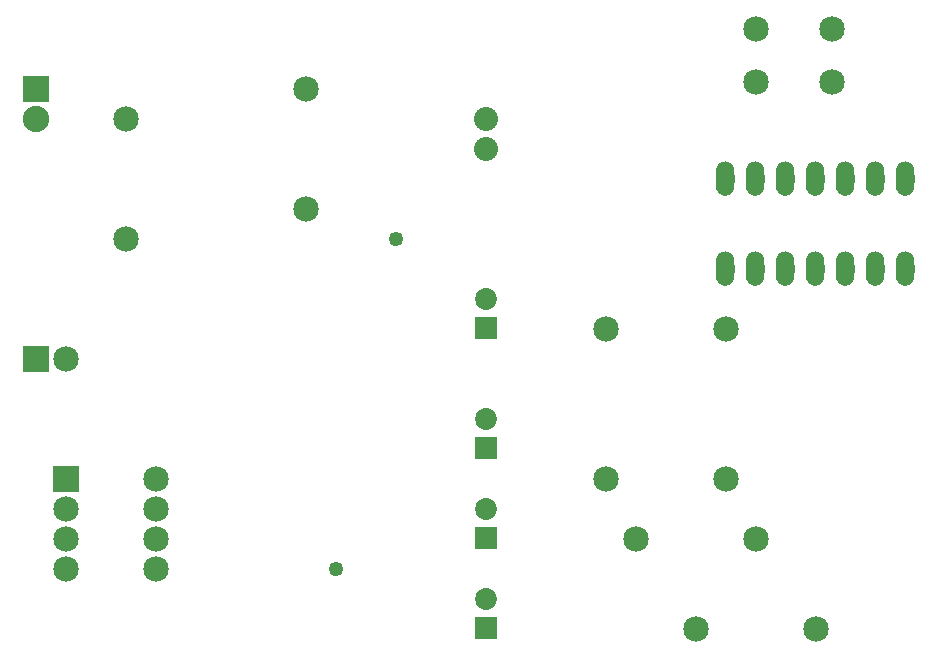
<source format=gbs>
G04 MADE WITH FRITZING*
G04 WWW.FRITZING.ORG*
G04 DOUBLE SIDED*
G04 HOLES PLATED*
G04 CONTOUR ON CENTER OF CONTOUR VECTOR*
%ASAXBY*%
%FSLAX23Y23*%
%MOIN*%
%OFA0B0*%
%SFA1.0B1.0*%
%ADD10C,0.085000*%
%ADD11C,0.080000*%
%ADD12C,0.072992*%
%ADD13C,0.088000*%
%ADD14C,0.062000*%
%ADD15C,0.049370*%
%ADD16R,0.085000X0.085000*%
%ADD17R,0.072992X0.072992*%
%ADD18R,0.088000X0.088000*%
%ADD19R,0.001000X0.001000*%
%LNMASK0*%
G90*
G70*
G54D10*
X505Y1840D03*
X505Y1440D03*
X205Y1040D03*
X305Y1040D03*
G54D11*
X1705Y1840D03*
X1705Y1740D03*
G54D10*
X1105Y1540D03*
X1105Y1940D03*
X305Y640D03*
X605Y640D03*
X305Y540D03*
X605Y540D03*
X305Y440D03*
X605Y440D03*
X305Y340D03*
X605Y340D03*
G54D12*
X1705Y1141D03*
X1705Y1240D03*
X1705Y141D03*
X1705Y240D03*
X1705Y741D03*
X1705Y840D03*
X1705Y441D03*
X1705Y540D03*
G54D10*
X2605Y2140D03*
X2861Y2140D03*
X2605Y1963D03*
X2861Y1963D03*
G54D13*
X205Y1940D03*
X205Y1840D03*
G54D10*
X2105Y640D03*
X2505Y640D03*
X2205Y440D03*
X2605Y440D03*
X2405Y140D03*
X2805Y140D03*
X2105Y1140D03*
X2505Y1140D03*
G54D14*
X2505Y1340D03*
X2605Y1340D03*
X2705Y1340D03*
X2805Y1340D03*
X2905Y1340D03*
X3005Y1340D03*
X3105Y1340D03*
X3105Y1640D03*
X3005Y1640D03*
X2905Y1640D03*
X2805Y1640D03*
X2705Y1640D03*
X2605Y1640D03*
X2505Y1640D03*
G54D15*
X1205Y340D03*
X1405Y1440D03*
G54D16*
X205Y1040D03*
X305Y640D03*
G54D17*
X1705Y1141D03*
X1705Y141D03*
X1705Y741D03*
X1705Y441D03*
G54D18*
X205Y1940D03*
G54D19*
X2503Y1697D02*
X2505Y1697D01*
X2603Y1697D02*
X2605Y1697D01*
X2703Y1697D02*
X2705Y1697D01*
X2803Y1697D02*
X2805Y1697D01*
X2903Y1697D02*
X2905Y1697D01*
X3003Y1697D02*
X3005Y1697D01*
X3103Y1697D02*
X3105Y1697D01*
X2497Y1696D02*
X2511Y1696D01*
X2597Y1696D02*
X2611Y1696D01*
X2697Y1696D02*
X2711Y1696D01*
X2797Y1696D02*
X2811Y1696D01*
X2897Y1696D02*
X2911Y1696D01*
X2997Y1696D02*
X3011Y1696D01*
X3097Y1696D02*
X3111Y1696D01*
X2494Y1695D02*
X2514Y1695D01*
X2594Y1695D02*
X2614Y1695D01*
X2694Y1695D02*
X2714Y1695D01*
X2794Y1695D02*
X2814Y1695D01*
X2894Y1695D02*
X2914Y1695D01*
X2994Y1695D02*
X3014Y1695D01*
X3094Y1695D02*
X3114Y1695D01*
X2491Y1694D02*
X2517Y1694D01*
X2591Y1694D02*
X2617Y1694D01*
X2691Y1694D02*
X2717Y1694D01*
X2791Y1694D02*
X2817Y1694D01*
X2891Y1694D02*
X2917Y1694D01*
X2991Y1694D02*
X3017Y1694D01*
X3091Y1694D02*
X3117Y1694D01*
X2489Y1693D02*
X2519Y1693D01*
X2589Y1693D02*
X2619Y1693D01*
X2689Y1693D02*
X2719Y1693D01*
X2789Y1693D02*
X2819Y1693D01*
X2889Y1693D02*
X2919Y1693D01*
X2989Y1693D02*
X3019Y1693D01*
X3089Y1693D02*
X3119Y1693D01*
X2488Y1692D02*
X2520Y1692D01*
X2588Y1692D02*
X2620Y1692D01*
X2688Y1692D02*
X2720Y1692D01*
X2788Y1692D02*
X2820Y1692D01*
X2888Y1692D02*
X2920Y1692D01*
X2988Y1692D02*
X3020Y1692D01*
X3088Y1692D02*
X3120Y1692D01*
X2486Y1691D02*
X2522Y1691D01*
X2586Y1691D02*
X2622Y1691D01*
X2686Y1691D02*
X2722Y1691D01*
X2786Y1691D02*
X2822Y1691D01*
X2886Y1691D02*
X2922Y1691D01*
X2986Y1691D02*
X3022Y1691D01*
X3086Y1691D02*
X3122Y1691D01*
X2485Y1690D02*
X2523Y1690D01*
X2585Y1690D02*
X2623Y1690D01*
X2685Y1690D02*
X2723Y1690D01*
X2785Y1690D02*
X2823Y1690D01*
X2885Y1690D02*
X2923Y1690D01*
X2985Y1690D02*
X3023Y1690D01*
X3085Y1690D02*
X3123Y1690D01*
X2484Y1689D02*
X2524Y1689D01*
X2584Y1689D02*
X2624Y1689D01*
X2684Y1689D02*
X2724Y1689D01*
X2784Y1689D02*
X2824Y1689D01*
X2884Y1689D02*
X2924Y1689D01*
X2984Y1689D02*
X3024Y1689D01*
X3084Y1689D02*
X3124Y1689D01*
X2483Y1688D02*
X2525Y1688D01*
X2583Y1688D02*
X2625Y1688D01*
X2683Y1688D02*
X2725Y1688D01*
X2783Y1688D02*
X2825Y1688D01*
X2883Y1688D02*
X2925Y1688D01*
X2983Y1688D02*
X3025Y1688D01*
X3083Y1688D02*
X3125Y1688D01*
X2482Y1687D02*
X2526Y1687D01*
X2582Y1687D02*
X2626Y1687D01*
X2682Y1687D02*
X2726Y1687D01*
X2782Y1687D02*
X2826Y1687D01*
X2882Y1687D02*
X2926Y1687D01*
X2982Y1687D02*
X3026Y1687D01*
X3082Y1687D02*
X3126Y1687D01*
X2481Y1686D02*
X2527Y1686D01*
X2581Y1686D02*
X2627Y1686D01*
X2681Y1686D02*
X2727Y1686D01*
X2781Y1686D02*
X2827Y1686D01*
X2881Y1686D02*
X2927Y1686D01*
X2981Y1686D02*
X3027Y1686D01*
X3081Y1686D02*
X3127Y1686D01*
X2480Y1685D02*
X2528Y1685D01*
X2580Y1685D02*
X2628Y1685D01*
X2680Y1685D02*
X2728Y1685D01*
X2780Y1685D02*
X2828Y1685D01*
X2880Y1685D02*
X2928Y1685D01*
X2980Y1685D02*
X3028Y1685D01*
X3080Y1685D02*
X3128Y1685D01*
X2479Y1684D02*
X2529Y1684D01*
X2579Y1684D02*
X2629Y1684D01*
X2679Y1684D02*
X2729Y1684D01*
X2779Y1684D02*
X2829Y1684D01*
X2879Y1684D02*
X2929Y1684D01*
X2979Y1684D02*
X3029Y1684D01*
X3079Y1684D02*
X3129Y1684D01*
X2479Y1683D02*
X2529Y1683D01*
X2579Y1683D02*
X2629Y1683D01*
X2679Y1683D02*
X2729Y1683D01*
X2779Y1683D02*
X2829Y1683D01*
X2879Y1683D02*
X2929Y1683D01*
X2979Y1683D02*
X3029Y1683D01*
X3079Y1683D02*
X3129Y1683D01*
X2478Y1682D02*
X2530Y1682D01*
X2578Y1682D02*
X2630Y1682D01*
X2678Y1682D02*
X2730Y1682D01*
X2778Y1682D02*
X2830Y1682D01*
X2878Y1682D02*
X2930Y1682D01*
X2978Y1682D02*
X3030Y1682D01*
X3078Y1682D02*
X3130Y1682D01*
X2477Y1681D02*
X2531Y1681D01*
X2577Y1681D02*
X2631Y1681D01*
X2677Y1681D02*
X2731Y1681D01*
X2777Y1681D02*
X2830Y1681D01*
X2877Y1681D02*
X2930Y1681D01*
X2977Y1681D02*
X3030Y1681D01*
X3077Y1681D02*
X3130Y1681D01*
X2477Y1680D02*
X2531Y1680D01*
X2577Y1680D02*
X2631Y1680D01*
X2677Y1680D02*
X2731Y1680D01*
X2777Y1680D02*
X2831Y1680D01*
X2877Y1680D02*
X2931Y1680D01*
X2977Y1680D02*
X3031Y1680D01*
X3077Y1680D02*
X3131Y1680D01*
X2476Y1679D02*
X2532Y1679D01*
X2576Y1679D02*
X2631Y1679D01*
X2676Y1679D02*
X2731Y1679D01*
X2776Y1679D02*
X2831Y1679D01*
X2876Y1679D02*
X2931Y1679D01*
X2976Y1679D02*
X3031Y1679D01*
X3076Y1679D02*
X3131Y1679D01*
X2476Y1678D02*
X2532Y1678D01*
X2576Y1678D02*
X2632Y1678D01*
X2676Y1678D02*
X2732Y1678D01*
X2776Y1678D02*
X2832Y1678D01*
X2876Y1678D02*
X2932Y1678D01*
X2976Y1678D02*
X3032Y1678D01*
X3076Y1678D02*
X3132Y1678D01*
X2476Y1677D02*
X2532Y1677D01*
X2576Y1677D02*
X2632Y1677D01*
X2676Y1677D02*
X2732Y1677D01*
X2776Y1677D02*
X2832Y1677D01*
X2876Y1677D02*
X2932Y1677D01*
X2976Y1677D02*
X3032Y1677D01*
X3076Y1677D02*
X3132Y1677D01*
X2475Y1676D02*
X2533Y1676D01*
X2575Y1676D02*
X2633Y1676D01*
X2675Y1676D02*
X2733Y1676D01*
X2775Y1676D02*
X2833Y1676D01*
X2875Y1676D02*
X2933Y1676D01*
X2975Y1676D02*
X3033Y1676D01*
X3075Y1676D02*
X3133Y1676D01*
X2475Y1675D02*
X2533Y1675D01*
X2575Y1675D02*
X2633Y1675D01*
X2675Y1675D02*
X2733Y1675D01*
X2775Y1675D02*
X2833Y1675D01*
X2875Y1675D02*
X2933Y1675D01*
X2975Y1675D02*
X3033Y1675D01*
X3075Y1675D02*
X3133Y1675D01*
X2475Y1674D02*
X2533Y1674D01*
X2575Y1674D02*
X2633Y1674D01*
X2675Y1674D02*
X2733Y1674D01*
X2775Y1674D02*
X2833Y1674D01*
X2875Y1674D02*
X2933Y1674D01*
X2975Y1674D02*
X3033Y1674D01*
X3075Y1674D02*
X3133Y1674D01*
X2474Y1673D02*
X2534Y1673D01*
X2574Y1673D02*
X2634Y1673D01*
X2674Y1673D02*
X2734Y1673D01*
X2774Y1673D02*
X2834Y1673D01*
X2874Y1673D02*
X2934Y1673D01*
X2974Y1673D02*
X3034Y1673D01*
X3074Y1673D02*
X3134Y1673D01*
X2474Y1672D02*
X2534Y1672D01*
X2574Y1672D02*
X2634Y1672D01*
X2674Y1672D02*
X2734Y1672D01*
X2774Y1672D02*
X2834Y1672D01*
X2874Y1672D02*
X2934Y1672D01*
X2974Y1672D02*
X3034Y1672D01*
X3074Y1672D02*
X3134Y1672D01*
X2474Y1671D02*
X2534Y1671D01*
X2574Y1671D02*
X2634Y1671D01*
X2674Y1671D02*
X2734Y1671D01*
X2774Y1671D02*
X2834Y1671D01*
X2874Y1671D02*
X2934Y1671D01*
X2974Y1671D02*
X3034Y1671D01*
X3074Y1671D02*
X3134Y1671D01*
X2474Y1670D02*
X2534Y1670D01*
X2574Y1670D02*
X2634Y1670D01*
X2674Y1670D02*
X2734Y1670D01*
X2774Y1670D02*
X2834Y1670D01*
X2874Y1670D02*
X2934Y1670D01*
X2974Y1670D02*
X3034Y1670D01*
X3074Y1670D02*
X3134Y1670D01*
X2474Y1669D02*
X2534Y1669D01*
X2574Y1669D02*
X2634Y1669D01*
X2674Y1669D02*
X2734Y1669D01*
X2774Y1669D02*
X2834Y1669D01*
X2874Y1669D02*
X2934Y1669D01*
X2974Y1669D02*
X3034Y1669D01*
X3074Y1669D02*
X3134Y1669D01*
X2474Y1668D02*
X2534Y1668D01*
X2574Y1668D02*
X2634Y1668D01*
X2674Y1668D02*
X2734Y1668D01*
X2774Y1668D02*
X2834Y1668D01*
X2874Y1668D02*
X2934Y1668D01*
X2974Y1668D02*
X3034Y1668D01*
X3074Y1668D02*
X3134Y1668D01*
X2474Y1667D02*
X2534Y1667D01*
X2574Y1667D02*
X2634Y1667D01*
X2673Y1667D02*
X2734Y1667D01*
X2773Y1667D02*
X2834Y1667D01*
X2873Y1667D02*
X2934Y1667D01*
X2973Y1667D02*
X3034Y1667D01*
X3073Y1667D02*
X3134Y1667D01*
X2473Y1666D02*
X2534Y1666D01*
X2573Y1666D02*
X2634Y1666D01*
X2673Y1666D02*
X2734Y1666D01*
X2773Y1666D02*
X2834Y1666D01*
X2873Y1666D02*
X2934Y1666D01*
X2973Y1666D02*
X3034Y1666D01*
X3073Y1666D02*
X3134Y1666D01*
X2473Y1665D02*
X2534Y1665D01*
X2573Y1665D02*
X2634Y1665D01*
X2673Y1665D02*
X2734Y1665D01*
X2773Y1665D02*
X2834Y1665D01*
X2873Y1665D02*
X2934Y1665D01*
X2973Y1665D02*
X3034Y1665D01*
X3073Y1665D02*
X3134Y1665D01*
X2473Y1664D02*
X2534Y1664D01*
X2573Y1664D02*
X2634Y1664D01*
X2673Y1664D02*
X2734Y1664D01*
X2773Y1664D02*
X2834Y1664D01*
X2873Y1664D02*
X2934Y1664D01*
X2973Y1664D02*
X3034Y1664D01*
X3073Y1664D02*
X3134Y1664D01*
X2473Y1663D02*
X2534Y1663D01*
X2573Y1663D02*
X2634Y1663D01*
X2673Y1663D02*
X2734Y1663D01*
X2773Y1663D02*
X2834Y1663D01*
X2873Y1663D02*
X2934Y1663D01*
X2973Y1663D02*
X3034Y1663D01*
X3073Y1663D02*
X3134Y1663D01*
X2473Y1662D02*
X2534Y1662D01*
X2573Y1662D02*
X2634Y1662D01*
X2673Y1662D02*
X2734Y1662D01*
X2773Y1662D02*
X2834Y1662D01*
X2873Y1662D02*
X2934Y1662D01*
X2973Y1662D02*
X3034Y1662D01*
X3073Y1662D02*
X3134Y1662D01*
X2473Y1661D02*
X2534Y1661D01*
X2573Y1661D02*
X2634Y1661D01*
X2673Y1661D02*
X2734Y1661D01*
X2773Y1661D02*
X2834Y1661D01*
X2873Y1661D02*
X2934Y1661D01*
X2973Y1661D02*
X3034Y1661D01*
X3073Y1661D02*
X3134Y1661D01*
X2473Y1660D02*
X2534Y1660D01*
X2573Y1660D02*
X2634Y1660D01*
X2673Y1660D02*
X2734Y1660D01*
X2773Y1660D02*
X2834Y1660D01*
X2873Y1660D02*
X2934Y1660D01*
X2973Y1660D02*
X3034Y1660D01*
X3073Y1660D02*
X3134Y1660D01*
X2473Y1659D02*
X2534Y1659D01*
X2573Y1659D02*
X2634Y1659D01*
X2673Y1659D02*
X2734Y1659D01*
X2773Y1659D02*
X2834Y1659D01*
X2873Y1659D02*
X2934Y1659D01*
X2973Y1659D02*
X3034Y1659D01*
X3073Y1659D02*
X3134Y1659D01*
X2473Y1658D02*
X2534Y1658D01*
X2573Y1658D02*
X2634Y1658D01*
X2673Y1658D02*
X2734Y1658D01*
X2773Y1658D02*
X2834Y1658D01*
X2873Y1658D02*
X2934Y1658D01*
X2973Y1658D02*
X3034Y1658D01*
X3073Y1658D02*
X3134Y1658D01*
X2473Y1657D02*
X2534Y1657D01*
X2573Y1657D02*
X2634Y1657D01*
X2673Y1657D02*
X2734Y1657D01*
X2773Y1657D02*
X2834Y1657D01*
X2873Y1657D02*
X2934Y1657D01*
X2973Y1657D02*
X3034Y1657D01*
X3073Y1657D02*
X3134Y1657D01*
X2473Y1656D02*
X2534Y1656D01*
X2573Y1656D02*
X2634Y1656D01*
X2673Y1656D02*
X2734Y1656D01*
X2773Y1656D02*
X2834Y1656D01*
X2873Y1656D02*
X2934Y1656D01*
X2973Y1656D02*
X3034Y1656D01*
X3073Y1656D02*
X3134Y1656D01*
X2473Y1655D02*
X2534Y1655D01*
X2573Y1655D02*
X2634Y1655D01*
X2673Y1655D02*
X2734Y1655D01*
X2773Y1655D02*
X2834Y1655D01*
X2873Y1655D02*
X2934Y1655D01*
X2973Y1655D02*
X3034Y1655D01*
X3073Y1655D02*
X3134Y1655D01*
X2473Y1654D02*
X2534Y1654D01*
X2573Y1654D02*
X2634Y1654D01*
X2673Y1654D02*
X2734Y1654D01*
X2773Y1654D02*
X2834Y1654D01*
X2873Y1654D02*
X2934Y1654D01*
X2973Y1654D02*
X3034Y1654D01*
X3073Y1654D02*
X3134Y1654D01*
X2473Y1653D02*
X2534Y1653D01*
X2573Y1653D02*
X2634Y1653D01*
X2673Y1653D02*
X2734Y1653D01*
X2773Y1653D02*
X2834Y1653D01*
X2873Y1653D02*
X2934Y1653D01*
X2973Y1653D02*
X3034Y1653D01*
X3073Y1653D02*
X3134Y1653D01*
X2473Y1652D02*
X2534Y1652D01*
X2573Y1652D02*
X2634Y1652D01*
X2673Y1652D02*
X2734Y1652D01*
X2773Y1652D02*
X2834Y1652D01*
X2873Y1652D02*
X2934Y1652D01*
X2973Y1652D02*
X3034Y1652D01*
X3073Y1652D02*
X3134Y1652D01*
X2473Y1651D02*
X2503Y1651D01*
X2505Y1651D02*
X2534Y1651D01*
X2573Y1651D02*
X2603Y1651D01*
X2605Y1651D02*
X2634Y1651D01*
X2673Y1651D02*
X2703Y1651D01*
X2705Y1651D02*
X2734Y1651D01*
X2773Y1651D02*
X2803Y1651D01*
X2805Y1651D02*
X2834Y1651D01*
X2873Y1651D02*
X2903Y1651D01*
X2905Y1651D02*
X2934Y1651D01*
X2973Y1651D02*
X3003Y1651D01*
X3005Y1651D02*
X3034Y1651D01*
X3073Y1651D02*
X3103Y1651D01*
X3105Y1651D02*
X3134Y1651D01*
X2473Y1650D02*
X2499Y1650D01*
X2509Y1650D02*
X2534Y1650D01*
X2573Y1650D02*
X2599Y1650D01*
X2609Y1650D02*
X2634Y1650D01*
X2673Y1650D02*
X2699Y1650D01*
X2709Y1650D02*
X2734Y1650D01*
X2773Y1650D02*
X2799Y1650D01*
X2809Y1650D02*
X2834Y1650D01*
X2873Y1650D02*
X2899Y1650D01*
X2909Y1650D02*
X2934Y1650D01*
X2973Y1650D02*
X2999Y1650D01*
X3009Y1650D02*
X3034Y1650D01*
X3073Y1650D02*
X3099Y1650D01*
X3109Y1650D02*
X3134Y1650D01*
X2473Y1649D02*
X2497Y1649D01*
X2511Y1649D02*
X2534Y1649D01*
X2573Y1649D02*
X2597Y1649D01*
X2611Y1649D02*
X2634Y1649D01*
X2673Y1649D02*
X2697Y1649D01*
X2711Y1649D02*
X2734Y1649D01*
X2773Y1649D02*
X2797Y1649D01*
X2811Y1649D02*
X2834Y1649D01*
X2873Y1649D02*
X2897Y1649D01*
X2911Y1649D02*
X2934Y1649D01*
X2973Y1649D02*
X2997Y1649D01*
X3011Y1649D02*
X3034Y1649D01*
X3073Y1649D02*
X3097Y1649D01*
X3111Y1649D02*
X3134Y1649D01*
X2473Y1648D02*
X2496Y1648D01*
X2512Y1648D02*
X2534Y1648D01*
X2573Y1648D02*
X2596Y1648D01*
X2612Y1648D02*
X2634Y1648D01*
X2673Y1648D02*
X2696Y1648D01*
X2712Y1648D02*
X2734Y1648D01*
X2773Y1648D02*
X2796Y1648D01*
X2812Y1648D02*
X2834Y1648D01*
X2873Y1648D02*
X2896Y1648D01*
X2912Y1648D02*
X2934Y1648D01*
X2973Y1648D02*
X2996Y1648D01*
X3012Y1648D02*
X3034Y1648D01*
X3073Y1648D02*
X3096Y1648D01*
X3112Y1648D02*
X3134Y1648D01*
X2473Y1647D02*
X2495Y1647D01*
X2513Y1647D02*
X2534Y1647D01*
X2573Y1647D02*
X2595Y1647D01*
X2613Y1647D02*
X2634Y1647D01*
X2673Y1647D02*
X2695Y1647D01*
X2713Y1647D02*
X2734Y1647D01*
X2773Y1647D02*
X2795Y1647D01*
X2813Y1647D02*
X2834Y1647D01*
X2873Y1647D02*
X2895Y1647D01*
X2913Y1647D02*
X2934Y1647D01*
X2973Y1647D02*
X2995Y1647D01*
X3013Y1647D02*
X3034Y1647D01*
X3073Y1647D02*
X3095Y1647D01*
X3113Y1647D02*
X3134Y1647D01*
X2473Y1646D02*
X2494Y1646D01*
X2514Y1646D02*
X2534Y1646D01*
X2573Y1646D02*
X2594Y1646D01*
X2614Y1646D02*
X2634Y1646D01*
X2673Y1646D02*
X2694Y1646D01*
X2714Y1646D02*
X2734Y1646D01*
X2773Y1646D02*
X2794Y1646D01*
X2814Y1646D02*
X2834Y1646D01*
X2873Y1646D02*
X2894Y1646D01*
X2914Y1646D02*
X2934Y1646D01*
X2973Y1646D02*
X2994Y1646D01*
X3014Y1646D02*
X3034Y1646D01*
X3073Y1646D02*
X3094Y1646D01*
X3114Y1646D02*
X3134Y1646D01*
X2473Y1645D02*
X2494Y1645D01*
X2514Y1645D02*
X2534Y1645D01*
X2573Y1645D02*
X2594Y1645D01*
X2614Y1645D02*
X2634Y1645D01*
X2673Y1645D02*
X2694Y1645D01*
X2714Y1645D02*
X2734Y1645D01*
X2773Y1645D02*
X2794Y1645D01*
X2814Y1645D02*
X2834Y1645D01*
X2873Y1645D02*
X2894Y1645D01*
X2914Y1645D02*
X2934Y1645D01*
X2973Y1645D02*
X2994Y1645D01*
X3014Y1645D02*
X3034Y1645D01*
X3073Y1645D02*
X3094Y1645D01*
X3114Y1645D02*
X3134Y1645D01*
X2473Y1644D02*
X2493Y1644D01*
X2515Y1644D02*
X2534Y1644D01*
X2573Y1644D02*
X2593Y1644D01*
X2615Y1644D02*
X2634Y1644D01*
X2673Y1644D02*
X2693Y1644D01*
X2715Y1644D02*
X2734Y1644D01*
X2773Y1644D02*
X2793Y1644D01*
X2815Y1644D02*
X2834Y1644D01*
X2873Y1644D02*
X2893Y1644D01*
X2915Y1644D02*
X2934Y1644D01*
X2973Y1644D02*
X2993Y1644D01*
X3015Y1644D02*
X3034Y1644D01*
X3073Y1644D02*
X3093Y1644D01*
X3115Y1644D02*
X3134Y1644D01*
X2473Y1643D02*
X2493Y1643D01*
X2515Y1643D02*
X2534Y1643D01*
X2573Y1643D02*
X2593Y1643D01*
X2615Y1643D02*
X2634Y1643D01*
X2673Y1643D02*
X2693Y1643D01*
X2715Y1643D02*
X2734Y1643D01*
X2773Y1643D02*
X2793Y1643D01*
X2815Y1643D02*
X2834Y1643D01*
X2873Y1643D02*
X2893Y1643D01*
X2915Y1643D02*
X2934Y1643D01*
X2973Y1643D02*
X2993Y1643D01*
X3015Y1643D02*
X3034Y1643D01*
X3073Y1643D02*
X3093Y1643D01*
X3115Y1643D02*
X3134Y1643D01*
X2473Y1642D02*
X2493Y1642D01*
X2515Y1642D02*
X2534Y1642D01*
X2573Y1642D02*
X2593Y1642D01*
X2615Y1642D02*
X2634Y1642D01*
X2673Y1642D02*
X2693Y1642D01*
X2715Y1642D02*
X2734Y1642D01*
X2773Y1642D02*
X2793Y1642D01*
X2815Y1642D02*
X2834Y1642D01*
X2873Y1642D02*
X2893Y1642D01*
X2915Y1642D02*
X2934Y1642D01*
X2973Y1642D02*
X2993Y1642D01*
X3015Y1642D02*
X3034Y1642D01*
X3073Y1642D02*
X3093Y1642D01*
X3115Y1642D02*
X3134Y1642D01*
X2473Y1641D02*
X2493Y1641D01*
X2515Y1641D02*
X2534Y1641D01*
X2573Y1641D02*
X2593Y1641D01*
X2615Y1641D02*
X2634Y1641D01*
X2673Y1641D02*
X2693Y1641D01*
X2715Y1641D02*
X2734Y1641D01*
X2773Y1641D02*
X2793Y1641D01*
X2815Y1641D02*
X2834Y1641D01*
X2873Y1641D02*
X2892Y1641D01*
X2915Y1641D02*
X2934Y1641D01*
X2973Y1641D02*
X2992Y1641D01*
X3015Y1641D02*
X3034Y1641D01*
X3073Y1641D02*
X3092Y1641D01*
X3115Y1641D02*
X3134Y1641D01*
X2473Y1640D02*
X2492Y1640D01*
X2515Y1640D02*
X2534Y1640D01*
X2573Y1640D02*
X2592Y1640D01*
X2615Y1640D02*
X2634Y1640D01*
X2673Y1640D02*
X2692Y1640D01*
X2715Y1640D02*
X2734Y1640D01*
X2773Y1640D02*
X2792Y1640D01*
X2815Y1640D02*
X2834Y1640D01*
X2873Y1640D02*
X2892Y1640D01*
X2915Y1640D02*
X2934Y1640D01*
X2973Y1640D02*
X2992Y1640D01*
X3015Y1640D02*
X3034Y1640D01*
X3073Y1640D02*
X3092Y1640D01*
X3115Y1640D02*
X3134Y1640D01*
X2473Y1639D02*
X2493Y1639D01*
X2515Y1639D02*
X2534Y1639D01*
X2573Y1639D02*
X2593Y1639D01*
X2615Y1639D02*
X2634Y1639D01*
X2673Y1639D02*
X2693Y1639D01*
X2715Y1639D02*
X2734Y1639D01*
X2773Y1639D02*
X2793Y1639D01*
X2815Y1639D02*
X2834Y1639D01*
X2873Y1639D02*
X2893Y1639D01*
X2915Y1639D02*
X2934Y1639D01*
X2973Y1639D02*
X2992Y1639D01*
X3015Y1639D02*
X3034Y1639D01*
X3073Y1639D02*
X3092Y1639D01*
X3115Y1639D02*
X3134Y1639D01*
X2473Y1638D02*
X2493Y1638D01*
X2515Y1638D02*
X2534Y1638D01*
X2573Y1638D02*
X2593Y1638D01*
X2615Y1638D02*
X2634Y1638D01*
X2673Y1638D02*
X2693Y1638D01*
X2715Y1638D02*
X2734Y1638D01*
X2773Y1638D02*
X2793Y1638D01*
X2815Y1638D02*
X2834Y1638D01*
X2873Y1638D02*
X2893Y1638D01*
X2915Y1638D02*
X2934Y1638D01*
X2973Y1638D02*
X2993Y1638D01*
X3015Y1638D02*
X3034Y1638D01*
X3073Y1638D02*
X3093Y1638D01*
X3115Y1638D02*
X3134Y1638D01*
X2473Y1637D02*
X2493Y1637D01*
X2515Y1637D02*
X2534Y1637D01*
X2573Y1637D02*
X2593Y1637D01*
X2615Y1637D02*
X2634Y1637D01*
X2673Y1637D02*
X2693Y1637D01*
X2715Y1637D02*
X2734Y1637D01*
X2773Y1637D02*
X2793Y1637D01*
X2815Y1637D02*
X2834Y1637D01*
X2873Y1637D02*
X2893Y1637D01*
X2915Y1637D02*
X2934Y1637D01*
X2973Y1637D02*
X2993Y1637D01*
X3015Y1637D02*
X3034Y1637D01*
X3073Y1637D02*
X3093Y1637D01*
X3115Y1637D02*
X3134Y1637D01*
X2473Y1636D02*
X2493Y1636D01*
X2515Y1636D02*
X2534Y1636D01*
X2573Y1636D02*
X2593Y1636D01*
X2615Y1636D02*
X2634Y1636D01*
X2673Y1636D02*
X2693Y1636D01*
X2715Y1636D02*
X2734Y1636D01*
X2773Y1636D02*
X2793Y1636D01*
X2815Y1636D02*
X2834Y1636D01*
X2873Y1636D02*
X2893Y1636D01*
X2915Y1636D02*
X2934Y1636D01*
X2973Y1636D02*
X2993Y1636D01*
X3015Y1636D02*
X3034Y1636D01*
X3073Y1636D02*
X3093Y1636D01*
X3115Y1636D02*
X3134Y1636D01*
X2473Y1635D02*
X2494Y1635D01*
X2514Y1635D02*
X2534Y1635D01*
X2573Y1635D02*
X2594Y1635D01*
X2614Y1635D02*
X2634Y1635D01*
X2673Y1635D02*
X2694Y1635D01*
X2714Y1635D02*
X2734Y1635D01*
X2773Y1635D02*
X2794Y1635D01*
X2814Y1635D02*
X2834Y1635D01*
X2873Y1635D02*
X2894Y1635D01*
X2914Y1635D02*
X2934Y1635D01*
X2973Y1635D02*
X2994Y1635D01*
X3014Y1635D02*
X3034Y1635D01*
X3073Y1635D02*
X3094Y1635D01*
X3114Y1635D02*
X3134Y1635D01*
X2473Y1634D02*
X2494Y1634D01*
X2514Y1634D02*
X2534Y1634D01*
X2573Y1634D02*
X2594Y1634D01*
X2614Y1634D02*
X2634Y1634D01*
X2673Y1634D02*
X2694Y1634D01*
X2714Y1634D02*
X2734Y1634D01*
X2773Y1634D02*
X2794Y1634D01*
X2814Y1634D02*
X2834Y1634D01*
X2873Y1634D02*
X2894Y1634D01*
X2914Y1634D02*
X2934Y1634D01*
X2973Y1634D02*
X2994Y1634D01*
X3014Y1634D02*
X3034Y1634D01*
X3073Y1634D02*
X3094Y1634D01*
X3114Y1634D02*
X3134Y1634D01*
X2473Y1633D02*
X2495Y1633D01*
X2513Y1633D02*
X2534Y1633D01*
X2573Y1633D02*
X2595Y1633D01*
X2613Y1633D02*
X2634Y1633D01*
X2673Y1633D02*
X2695Y1633D01*
X2713Y1633D02*
X2734Y1633D01*
X2773Y1633D02*
X2795Y1633D01*
X2813Y1633D02*
X2834Y1633D01*
X2873Y1633D02*
X2895Y1633D01*
X2913Y1633D02*
X2934Y1633D01*
X2973Y1633D02*
X2995Y1633D01*
X3013Y1633D02*
X3034Y1633D01*
X3073Y1633D02*
X3095Y1633D01*
X3113Y1633D02*
X3134Y1633D01*
X2473Y1632D02*
X2496Y1632D01*
X2512Y1632D02*
X2534Y1632D01*
X2573Y1632D02*
X2596Y1632D01*
X2612Y1632D02*
X2634Y1632D01*
X2673Y1632D02*
X2696Y1632D01*
X2712Y1632D02*
X2734Y1632D01*
X2773Y1632D02*
X2796Y1632D01*
X2812Y1632D02*
X2834Y1632D01*
X2873Y1632D02*
X2896Y1632D01*
X2912Y1632D02*
X2934Y1632D01*
X2973Y1632D02*
X2996Y1632D01*
X3012Y1632D02*
X3034Y1632D01*
X3073Y1632D02*
X3096Y1632D01*
X3112Y1632D02*
X3134Y1632D01*
X2473Y1631D02*
X2497Y1631D01*
X2511Y1631D02*
X2534Y1631D01*
X2573Y1631D02*
X2597Y1631D01*
X2611Y1631D02*
X2634Y1631D01*
X2673Y1631D02*
X2697Y1631D01*
X2711Y1631D02*
X2734Y1631D01*
X2773Y1631D02*
X2797Y1631D01*
X2811Y1631D02*
X2834Y1631D01*
X2873Y1631D02*
X2897Y1631D01*
X2911Y1631D02*
X2934Y1631D01*
X2973Y1631D02*
X2997Y1631D01*
X3011Y1631D02*
X3034Y1631D01*
X3073Y1631D02*
X3097Y1631D01*
X3111Y1631D02*
X3134Y1631D01*
X2473Y1630D02*
X2499Y1630D01*
X2509Y1630D02*
X2534Y1630D01*
X2573Y1630D02*
X2599Y1630D01*
X2609Y1630D02*
X2634Y1630D01*
X2673Y1630D02*
X2699Y1630D01*
X2709Y1630D02*
X2734Y1630D01*
X2773Y1630D02*
X2799Y1630D01*
X2809Y1630D02*
X2834Y1630D01*
X2873Y1630D02*
X2899Y1630D01*
X2909Y1630D02*
X2934Y1630D01*
X2973Y1630D02*
X2999Y1630D01*
X3009Y1630D02*
X3034Y1630D01*
X3073Y1630D02*
X3099Y1630D01*
X3109Y1630D02*
X3134Y1630D01*
X2473Y1629D02*
X2534Y1629D01*
X2573Y1629D02*
X2634Y1629D01*
X2673Y1629D02*
X2734Y1629D01*
X2773Y1629D02*
X2834Y1629D01*
X2873Y1629D02*
X2934Y1629D01*
X2973Y1629D02*
X3034Y1629D01*
X3073Y1629D02*
X3134Y1629D01*
X2473Y1628D02*
X2534Y1628D01*
X2573Y1628D02*
X2634Y1628D01*
X2673Y1628D02*
X2734Y1628D01*
X2773Y1628D02*
X2834Y1628D01*
X2873Y1628D02*
X2934Y1628D01*
X2973Y1628D02*
X3034Y1628D01*
X3073Y1628D02*
X3134Y1628D01*
X2473Y1627D02*
X2534Y1627D01*
X2573Y1627D02*
X2634Y1627D01*
X2673Y1627D02*
X2734Y1627D01*
X2773Y1627D02*
X2834Y1627D01*
X2873Y1627D02*
X2934Y1627D01*
X2973Y1627D02*
X3034Y1627D01*
X3073Y1627D02*
X3134Y1627D01*
X2473Y1626D02*
X2534Y1626D01*
X2573Y1626D02*
X2634Y1626D01*
X2673Y1626D02*
X2734Y1626D01*
X2773Y1626D02*
X2834Y1626D01*
X2873Y1626D02*
X2934Y1626D01*
X2973Y1626D02*
X3034Y1626D01*
X3073Y1626D02*
X3134Y1626D01*
X2473Y1625D02*
X2534Y1625D01*
X2573Y1625D02*
X2634Y1625D01*
X2673Y1625D02*
X2734Y1625D01*
X2773Y1625D02*
X2834Y1625D01*
X2873Y1625D02*
X2934Y1625D01*
X2973Y1625D02*
X3034Y1625D01*
X3073Y1625D02*
X3134Y1625D01*
X2473Y1624D02*
X2534Y1624D01*
X2573Y1624D02*
X2634Y1624D01*
X2673Y1624D02*
X2734Y1624D01*
X2773Y1624D02*
X2834Y1624D01*
X2873Y1624D02*
X2934Y1624D01*
X2973Y1624D02*
X3034Y1624D01*
X3073Y1624D02*
X3134Y1624D01*
X2473Y1623D02*
X2534Y1623D01*
X2573Y1623D02*
X2634Y1623D01*
X2673Y1623D02*
X2734Y1623D01*
X2773Y1623D02*
X2834Y1623D01*
X2873Y1623D02*
X2934Y1623D01*
X2973Y1623D02*
X3034Y1623D01*
X3073Y1623D02*
X3134Y1623D01*
X2473Y1622D02*
X2534Y1622D01*
X2573Y1622D02*
X2634Y1622D01*
X2673Y1622D02*
X2734Y1622D01*
X2773Y1622D02*
X2834Y1622D01*
X2873Y1622D02*
X2934Y1622D01*
X2973Y1622D02*
X3034Y1622D01*
X3073Y1622D02*
X3134Y1622D01*
X2473Y1621D02*
X2534Y1621D01*
X2573Y1621D02*
X2634Y1621D01*
X2673Y1621D02*
X2734Y1621D01*
X2773Y1621D02*
X2834Y1621D01*
X2873Y1621D02*
X2934Y1621D01*
X2973Y1621D02*
X3034Y1621D01*
X3073Y1621D02*
X3134Y1621D01*
X2473Y1620D02*
X2534Y1620D01*
X2573Y1620D02*
X2634Y1620D01*
X2673Y1620D02*
X2734Y1620D01*
X2773Y1620D02*
X2834Y1620D01*
X2873Y1620D02*
X2934Y1620D01*
X2973Y1620D02*
X3034Y1620D01*
X3073Y1620D02*
X3134Y1620D01*
X2473Y1619D02*
X2534Y1619D01*
X2573Y1619D02*
X2634Y1619D01*
X2673Y1619D02*
X2734Y1619D01*
X2773Y1619D02*
X2834Y1619D01*
X2873Y1619D02*
X2934Y1619D01*
X2973Y1619D02*
X3034Y1619D01*
X3073Y1619D02*
X3134Y1619D01*
X2473Y1618D02*
X2534Y1618D01*
X2573Y1618D02*
X2634Y1618D01*
X2673Y1618D02*
X2734Y1618D01*
X2773Y1618D02*
X2834Y1618D01*
X2873Y1618D02*
X2934Y1618D01*
X2973Y1618D02*
X3034Y1618D01*
X3073Y1618D02*
X3134Y1618D01*
X2473Y1617D02*
X2534Y1617D01*
X2573Y1617D02*
X2634Y1617D01*
X2673Y1617D02*
X2734Y1617D01*
X2773Y1617D02*
X2834Y1617D01*
X2873Y1617D02*
X2934Y1617D01*
X2973Y1617D02*
X3034Y1617D01*
X3073Y1617D02*
X3134Y1617D01*
X2473Y1616D02*
X2534Y1616D01*
X2573Y1616D02*
X2634Y1616D01*
X2673Y1616D02*
X2734Y1616D01*
X2773Y1616D02*
X2834Y1616D01*
X2873Y1616D02*
X2934Y1616D01*
X2973Y1616D02*
X3034Y1616D01*
X3073Y1616D02*
X3134Y1616D01*
X2473Y1615D02*
X2534Y1615D01*
X2573Y1615D02*
X2634Y1615D01*
X2673Y1615D02*
X2734Y1615D01*
X2773Y1615D02*
X2834Y1615D01*
X2873Y1615D02*
X2934Y1615D01*
X2973Y1615D02*
X3034Y1615D01*
X3073Y1615D02*
X3134Y1615D01*
X2473Y1614D02*
X2534Y1614D01*
X2573Y1614D02*
X2634Y1614D01*
X2673Y1614D02*
X2734Y1614D01*
X2773Y1614D02*
X2834Y1614D01*
X2873Y1614D02*
X2934Y1614D01*
X2973Y1614D02*
X3034Y1614D01*
X3073Y1614D02*
X3134Y1614D01*
X2474Y1613D02*
X2534Y1613D01*
X2574Y1613D02*
X2634Y1613D01*
X2673Y1613D02*
X2734Y1613D01*
X2773Y1613D02*
X2834Y1613D01*
X2873Y1613D02*
X2934Y1613D01*
X2973Y1613D02*
X3034Y1613D01*
X3073Y1613D02*
X3134Y1613D01*
X2474Y1612D02*
X2534Y1612D01*
X2574Y1612D02*
X2634Y1612D01*
X2674Y1612D02*
X2734Y1612D01*
X2774Y1612D02*
X2834Y1612D01*
X2874Y1612D02*
X2934Y1612D01*
X2974Y1612D02*
X3034Y1612D01*
X3074Y1612D02*
X3134Y1612D01*
X2474Y1611D02*
X2534Y1611D01*
X2574Y1611D02*
X2634Y1611D01*
X2674Y1611D02*
X2734Y1611D01*
X2774Y1611D02*
X2834Y1611D01*
X2874Y1611D02*
X2934Y1611D01*
X2974Y1611D02*
X3034Y1611D01*
X3074Y1611D02*
X3134Y1611D01*
X2474Y1610D02*
X2534Y1610D01*
X2574Y1610D02*
X2634Y1610D01*
X2674Y1610D02*
X2734Y1610D01*
X2774Y1610D02*
X2834Y1610D01*
X2874Y1610D02*
X2934Y1610D01*
X2974Y1610D02*
X3034Y1610D01*
X3074Y1610D02*
X3134Y1610D01*
X2474Y1609D02*
X2534Y1609D01*
X2574Y1609D02*
X2634Y1609D01*
X2674Y1609D02*
X2734Y1609D01*
X2774Y1609D02*
X2834Y1609D01*
X2874Y1609D02*
X2934Y1609D01*
X2974Y1609D02*
X3034Y1609D01*
X3074Y1609D02*
X3134Y1609D01*
X2474Y1608D02*
X2534Y1608D01*
X2574Y1608D02*
X2634Y1608D01*
X2674Y1608D02*
X2734Y1608D01*
X2774Y1608D02*
X2834Y1608D01*
X2874Y1608D02*
X2934Y1608D01*
X2974Y1608D02*
X3034Y1608D01*
X3074Y1608D02*
X3134Y1608D01*
X2474Y1607D02*
X2534Y1607D01*
X2574Y1607D02*
X2634Y1607D01*
X2674Y1607D02*
X2734Y1607D01*
X2774Y1607D02*
X2834Y1607D01*
X2874Y1607D02*
X2934Y1607D01*
X2974Y1607D02*
X3034Y1607D01*
X3074Y1607D02*
X3133Y1607D01*
X2475Y1606D02*
X2533Y1606D01*
X2575Y1606D02*
X2633Y1606D01*
X2675Y1606D02*
X2733Y1606D01*
X2775Y1606D02*
X2833Y1606D01*
X2875Y1606D02*
X2933Y1606D01*
X2975Y1606D02*
X3033Y1606D01*
X3075Y1606D02*
X3133Y1606D01*
X2475Y1605D02*
X2533Y1605D01*
X2575Y1605D02*
X2633Y1605D01*
X2675Y1605D02*
X2733Y1605D01*
X2775Y1605D02*
X2833Y1605D01*
X2875Y1605D02*
X2933Y1605D01*
X2975Y1605D02*
X3033Y1605D01*
X3075Y1605D02*
X3133Y1605D01*
X2475Y1604D02*
X2533Y1604D01*
X2575Y1604D02*
X2633Y1604D01*
X2675Y1604D02*
X2733Y1604D01*
X2775Y1604D02*
X2833Y1604D01*
X2875Y1604D02*
X2933Y1604D01*
X2975Y1604D02*
X3033Y1604D01*
X3075Y1604D02*
X3133Y1604D01*
X2476Y1603D02*
X2532Y1603D01*
X2576Y1603D02*
X2632Y1603D01*
X2676Y1603D02*
X2732Y1603D01*
X2776Y1603D02*
X2832Y1603D01*
X2876Y1603D02*
X2932Y1603D01*
X2976Y1603D02*
X3032Y1603D01*
X3076Y1603D02*
X3132Y1603D01*
X2476Y1602D02*
X2532Y1602D01*
X2576Y1602D02*
X2632Y1602D01*
X2676Y1602D02*
X2732Y1602D01*
X2776Y1602D02*
X2832Y1602D01*
X2876Y1602D02*
X2932Y1602D01*
X2976Y1602D02*
X3032Y1602D01*
X3076Y1602D02*
X3132Y1602D01*
X2476Y1601D02*
X2531Y1601D01*
X2576Y1601D02*
X2631Y1601D01*
X2676Y1601D02*
X2731Y1601D01*
X2776Y1601D02*
X2831Y1601D01*
X2876Y1601D02*
X2931Y1601D01*
X2976Y1601D02*
X3031Y1601D01*
X3076Y1601D02*
X3131Y1601D01*
X2477Y1600D02*
X2531Y1600D01*
X2577Y1600D02*
X2631Y1600D01*
X2677Y1600D02*
X2731Y1600D01*
X2777Y1600D02*
X2831Y1600D01*
X2877Y1600D02*
X2931Y1600D01*
X2977Y1600D02*
X3031Y1600D01*
X3077Y1600D02*
X3131Y1600D01*
X2477Y1599D02*
X2530Y1599D01*
X2577Y1599D02*
X2630Y1599D01*
X2677Y1599D02*
X2730Y1599D01*
X2777Y1599D02*
X2830Y1599D01*
X2877Y1599D02*
X2930Y1599D01*
X2977Y1599D02*
X3030Y1599D01*
X3077Y1599D02*
X3130Y1599D01*
X2478Y1598D02*
X2530Y1598D01*
X2578Y1598D02*
X2630Y1598D01*
X2678Y1598D02*
X2730Y1598D01*
X2778Y1598D02*
X2830Y1598D01*
X2878Y1598D02*
X2930Y1598D01*
X2978Y1598D02*
X3030Y1598D01*
X3078Y1598D02*
X3130Y1598D01*
X2479Y1597D02*
X2529Y1597D01*
X2579Y1597D02*
X2629Y1597D01*
X2679Y1597D02*
X2729Y1597D01*
X2779Y1597D02*
X2829Y1597D01*
X2879Y1597D02*
X2929Y1597D01*
X2979Y1597D02*
X3029Y1597D01*
X3079Y1597D02*
X3129Y1597D01*
X2479Y1596D02*
X2529Y1596D01*
X2579Y1596D02*
X2629Y1596D01*
X2679Y1596D02*
X2729Y1596D01*
X2779Y1596D02*
X2829Y1596D01*
X2879Y1596D02*
X2929Y1596D01*
X2979Y1596D02*
X3029Y1596D01*
X3079Y1596D02*
X3129Y1596D01*
X2480Y1595D02*
X2528Y1595D01*
X2580Y1595D02*
X2628Y1595D01*
X2680Y1595D02*
X2728Y1595D01*
X2780Y1595D02*
X2828Y1595D01*
X2880Y1595D02*
X2928Y1595D01*
X2980Y1595D02*
X3028Y1595D01*
X3080Y1595D02*
X3128Y1595D01*
X2481Y1594D02*
X2527Y1594D01*
X2581Y1594D02*
X2627Y1594D01*
X2681Y1594D02*
X2727Y1594D01*
X2781Y1594D02*
X2827Y1594D01*
X2881Y1594D02*
X2927Y1594D01*
X2981Y1594D02*
X3027Y1594D01*
X3081Y1594D02*
X3127Y1594D01*
X2482Y1593D02*
X2526Y1593D01*
X2582Y1593D02*
X2626Y1593D01*
X2682Y1593D02*
X2726Y1593D01*
X2782Y1593D02*
X2826Y1593D01*
X2882Y1593D02*
X2926Y1593D01*
X2982Y1593D02*
X3026Y1593D01*
X3082Y1593D02*
X3126Y1593D01*
X2483Y1592D02*
X2525Y1592D01*
X2583Y1592D02*
X2625Y1592D01*
X2683Y1592D02*
X2725Y1592D01*
X2783Y1592D02*
X2825Y1592D01*
X2883Y1592D02*
X2925Y1592D01*
X2983Y1592D02*
X3025Y1592D01*
X3083Y1592D02*
X3125Y1592D01*
X2484Y1591D02*
X2524Y1591D01*
X2584Y1591D02*
X2624Y1591D01*
X2684Y1591D02*
X2724Y1591D01*
X2784Y1591D02*
X2824Y1591D01*
X2884Y1591D02*
X2924Y1591D01*
X2984Y1591D02*
X3024Y1591D01*
X3084Y1591D02*
X3124Y1591D01*
X2485Y1590D02*
X2523Y1590D01*
X2585Y1590D02*
X2623Y1590D01*
X2685Y1590D02*
X2723Y1590D01*
X2785Y1590D02*
X2823Y1590D01*
X2885Y1590D02*
X2923Y1590D01*
X2985Y1590D02*
X3023Y1590D01*
X3085Y1590D02*
X3123Y1590D01*
X2486Y1589D02*
X2522Y1589D01*
X2586Y1589D02*
X2622Y1589D01*
X2686Y1589D02*
X2722Y1589D01*
X2786Y1589D02*
X2822Y1589D01*
X2886Y1589D02*
X2922Y1589D01*
X2986Y1589D02*
X3022Y1589D01*
X3086Y1589D02*
X3121Y1589D01*
X2488Y1588D02*
X2520Y1588D01*
X2588Y1588D02*
X2620Y1588D01*
X2688Y1588D02*
X2720Y1588D01*
X2788Y1588D02*
X2820Y1588D01*
X2888Y1588D02*
X2920Y1588D01*
X2988Y1588D02*
X3020Y1588D01*
X3088Y1588D02*
X3120Y1588D01*
X2490Y1587D02*
X2518Y1587D01*
X2590Y1587D02*
X2618Y1587D01*
X2690Y1587D02*
X2718Y1587D01*
X2790Y1587D02*
X2818Y1587D01*
X2890Y1587D02*
X2918Y1587D01*
X2989Y1587D02*
X3018Y1587D01*
X3089Y1587D02*
X3118Y1587D01*
X2492Y1586D02*
X2516Y1586D01*
X2592Y1586D02*
X2616Y1586D01*
X2692Y1586D02*
X2716Y1586D01*
X2792Y1586D02*
X2816Y1586D01*
X2892Y1586D02*
X2916Y1586D01*
X2992Y1586D02*
X3016Y1586D01*
X3092Y1586D02*
X3116Y1586D01*
X2494Y1585D02*
X2514Y1585D01*
X2594Y1585D02*
X2614Y1585D01*
X2694Y1585D02*
X2714Y1585D01*
X2794Y1585D02*
X2814Y1585D01*
X2894Y1585D02*
X2914Y1585D01*
X2994Y1585D02*
X3014Y1585D01*
X3094Y1585D02*
X3114Y1585D01*
X2497Y1584D02*
X2511Y1584D01*
X2597Y1584D02*
X2611Y1584D01*
X2697Y1584D02*
X2711Y1584D01*
X2797Y1584D02*
X2811Y1584D01*
X2897Y1584D02*
X2911Y1584D01*
X2997Y1584D02*
X3011Y1584D01*
X3097Y1584D02*
X3111Y1584D01*
X2503Y1397D02*
X2505Y1397D01*
X2603Y1397D02*
X2605Y1397D01*
X2703Y1397D02*
X2705Y1397D01*
X2803Y1397D02*
X2805Y1397D01*
X2903Y1397D02*
X2905Y1397D01*
X3003Y1397D02*
X3005Y1397D01*
X3103Y1397D02*
X3105Y1397D01*
X2497Y1396D02*
X2511Y1396D01*
X2597Y1396D02*
X2611Y1396D01*
X2697Y1396D02*
X2711Y1396D01*
X2797Y1396D02*
X2811Y1396D01*
X2897Y1396D02*
X2911Y1396D01*
X2997Y1396D02*
X3011Y1396D01*
X3097Y1396D02*
X3111Y1396D01*
X2494Y1395D02*
X2514Y1395D01*
X2594Y1395D02*
X2614Y1395D01*
X2694Y1395D02*
X2714Y1395D01*
X2794Y1395D02*
X2814Y1395D01*
X2894Y1395D02*
X2914Y1395D01*
X2994Y1395D02*
X3014Y1395D01*
X3094Y1395D02*
X3114Y1395D01*
X2491Y1394D02*
X2517Y1394D01*
X2591Y1394D02*
X2617Y1394D01*
X2691Y1394D02*
X2717Y1394D01*
X2791Y1394D02*
X2817Y1394D01*
X2891Y1394D02*
X2917Y1394D01*
X2991Y1394D02*
X3017Y1394D01*
X3091Y1394D02*
X3117Y1394D01*
X2489Y1393D02*
X2519Y1393D01*
X2589Y1393D02*
X2619Y1393D01*
X2689Y1393D02*
X2719Y1393D01*
X2789Y1393D02*
X2819Y1393D01*
X2889Y1393D02*
X2919Y1393D01*
X2989Y1393D02*
X3019Y1393D01*
X3089Y1393D02*
X3119Y1393D01*
X2488Y1392D02*
X2520Y1392D01*
X2588Y1392D02*
X2620Y1392D01*
X2688Y1392D02*
X2720Y1392D01*
X2788Y1392D02*
X2820Y1392D01*
X2888Y1392D02*
X2920Y1392D01*
X2988Y1392D02*
X3020Y1392D01*
X3088Y1392D02*
X3120Y1392D01*
X2486Y1391D02*
X2522Y1391D01*
X2586Y1391D02*
X2622Y1391D01*
X2686Y1391D02*
X2722Y1391D01*
X2786Y1391D02*
X2822Y1391D01*
X2886Y1391D02*
X2922Y1391D01*
X2986Y1391D02*
X3022Y1391D01*
X3086Y1391D02*
X3122Y1391D01*
X2485Y1390D02*
X2523Y1390D01*
X2585Y1390D02*
X2623Y1390D01*
X2685Y1390D02*
X2723Y1390D01*
X2785Y1390D02*
X2823Y1390D01*
X2885Y1390D02*
X2923Y1390D01*
X2985Y1390D02*
X3023Y1390D01*
X3085Y1390D02*
X3123Y1390D01*
X2484Y1389D02*
X2524Y1389D01*
X2584Y1389D02*
X2624Y1389D01*
X2684Y1389D02*
X2724Y1389D01*
X2784Y1389D02*
X2824Y1389D01*
X2884Y1389D02*
X2924Y1389D01*
X2984Y1389D02*
X3024Y1389D01*
X3084Y1389D02*
X3124Y1389D01*
X2483Y1388D02*
X2525Y1388D01*
X2583Y1388D02*
X2625Y1388D01*
X2683Y1388D02*
X2725Y1388D01*
X2783Y1388D02*
X2825Y1388D01*
X2883Y1388D02*
X2925Y1388D01*
X2983Y1388D02*
X3025Y1388D01*
X3082Y1388D02*
X3125Y1388D01*
X2482Y1387D02*
X2526Y1387D01*
X2582Y1387D02*
X2626Y1387D01*
X2682Y1387D02*
X2726Y1387D01*
X2782Y1387D02*
X2826Y1387D01*
X2882Y1387D02*
X2926Y1387D01*
X2982Y1387D02*
X3026Y1387D01*
X3082Y1387D02*
X3126Y1387D01*
X2481Y1386D02*
X2527Y1386D01*
X2581Y1386D02*
X2627Y1386D01*
X2681Y1386D02*
X2727Y1386D01*
X2781Y1386D02*
X2827Y1386D01*
X2881Y1386D02*
X2927Y1386D01*
X2981Y1386D02*
X3027Y1386D01*
X3081Y1386D02*
X3127Y1386D01*
X2480Y1385D02*
X2528Y1385D01*
X2580Y1385D02*
X2628Y1385D01*
X2680Y1385D02*
X2728Y1385D01*
X2780Y1385D02*
X2828Y1385D01*
X2880Y1385D02*
X2928Y1385D01*
X2980Y1385D02*
X3028Y1385D01*
X3080Y1385D02*
X3128Y1385D01*
X2479Y1384D02*
X2529Y1384D01*
X2579Y1384D02*
X2629Y1384D01*
X2679Y1384D02*
X2729Y1384D01*
X2779Y1384D02*
X2829Y1384D01*
X2879Y1384D02*
X2929Y1384D01*
X2979Y1384D02*
X3029Y1384D01*
X3079Y1384D02*
X3129Y1384D01*
X2479Y1383D02*
X2529Y1383D01*
X2579Y1383D02*
X2629Y1383D01*
X2679Y1383D02*
X2729Y1383D01*
X2779Y1383D02*
X2829Y1383D01*
X2879Y1383D02*
X2929Y1383D01*
X2979Y1383D02*
X3029Y1383D01*
X3079Y1383D02*
X3129Y1383D01*
X2478Y1382D02*
X2530Y1382D01*
X2578Y1382D02*
X2630Y1382D01*
X2678Y1382D02*
X2730Y1382D01*
X2778Y1382D02*
X2830Y1382D01*
X2878Y1382D02*
X2930Y1382D01*
X2978Y1382D02*
X3030Y1382D01*
X3078Y1382D02*
X3130Y1382D01*
X2477Y1381D02*
X2531Y1381D01*
X2577Y1381D02*
X2631Y1381D01*
X2677Y1381D02*
X2731Y1381D01*
X2777Y1381D02*
X2831Y1381D01*
X2877Y1381D02*
X2930Y1381D01*
X2977Y1381D02*
X3030Y1381D01*
X3077Y1381D02*
X3130Y1381D01*
X2477Y1380D02*
X2531Y1380D01*
X2577Y1380D02*
X2631Y1380D01*
X2677Y1380D02*
X2731Y1380D01*
X2777Y1380D02*
X2831Y1380D01*
X2877Y1380D02*
X2931Y1380D01*
X2977Y1380D02*
X3031Y1380D01*
X3077Y1380D02*
X3131Y1380D01*
X2476Y1379D02*
X2532Y1379D01*
X2576Y1379D02*
X2632Y1379D01*
X2676Y1379D02*
X2731Y1379D01*
X2776Y1379D02*
X2831Y1379D01*
X2876Y1379D02*
X2931Y1379D01*
X2976Y1379D02*
X3031Y1379D01*
X3076Y1379D02*
X3131Y1379D01*
X2476Y1378D02*
X2532Y1378D01*
X2576Y1378D02*
X2632Y1378D01*
X2676Y1378D02*
X2732Y1378D01*
X2776Y1378D02*
X2832Y1378D01*
X2876Y1378D02*
X2932Y1378D01*
X2976Y1378D02*
X3032Y1378D01*
X3076Y1378D02*
X3132Y1378D01*
X2476Y1377D02*
X2532Y1377D01*
X2576Y1377D02*
X2632Y1377D01*
X2676Y1377D02*
X2732Y1377D01*
X2776Y1377D02*
X2832Y1377D01*
X2876Y1377D02*
X2932Y1377D01*
X2976Y1377D02*
X3032Y1377D01*
X3076Y1377D02*
X3132Y1377D01*
X2475Y1376D02*
X2533Y1376D01*
X2575Y1376D02*
X2633Y1376D01*
X2675Y1376D02*
X2733Y1376D01*
X2775Y1376D02*
X2833Y1376D01*
X2875Y1376D02*
X2933Y1376D01*
X2975Y1376D02*
X3033Y1376D01*
X3075Y1376D02*
X3133Y1376D01*
X2475Y1375D02*
X2533Y1375D01*
X2575Y1375D02*
X2633Y1375D01*
X2675Y1375D02*
X2733Y1375D01*
X2775Y1375D02*
X2833Y1375D01*
X2875Y1375D02*
X2933Y1375D01*
X2975Y1375D02*
X3033Y1375D01*
X3075Y1375D02*
X3133Y1375D01*
X2475Y1374D02*
X2533Y1374D01*
X2575Y1374D02*
X2633Y1374D01*
X2675Y1374D02*
X2733Y1374D01*
X2775Y1374D02*
X2833Y1374D01*
X2875Y1374D02*
X2933Y1374D01*
X2975Y1374D02*
X3033Y1374D01*
X3075Y1374D02*
X3133Y1374D01*
X2474Y1373D02*
X2534Y1373D01*
X2574Y1373D02*
X2634Y1373D01*
X2674Y1373D02*
X2734Y1373D01*
X2774Y1373D02*
X2834Y1373D01*
X2874Y1373D02*
X2934Y1373D01*
X2974Y1373D02*
X3034Y1373D01*
X3074Y1373D02*
X3134Y1373D01*
X2474Y1372D02*
X2534Y1372D01*
X2574Y1372D02*
X2634Y1372D01*
X2674Y1372D02*
X2734Y1372D01*
X2774Y1372D02*
X2834Y1372D01*
X2874Y1372D02*
X2934Y1372D01*
X2974Y1372D02*
X3034Y1372D01*
X3074Y1372D02*
X3134Y1372D01*
X2474Y1371D02*
X2534Y1371D01*
X2574Y1371D02*
X2634Y1371D01*
X2674Y1371D02*
X2734Y1371D01*
X2774Y1371D02*
X2834Y1371D01*
X2874Y1371D02*
X2934Y1371D01*
X2974Y1371D02*
X3034Y1371D01*
X3074Y1371D02*
X3134Y1371D01*
X2474Y1370D02*
X2534Y1370D01*
X2574Y1370D02*
X2634Y1370D01*
X2674Y1370D02*
X2734Y1370D01*
X2774Y1370D02*
X2834Y1370D01*
X2874Y1370D02*
X2934Y1370D01*
X2974Y1370D02*
X3034Y1370D01*
X3074Y1370D02*
X3134Y1370D01*
X2474Y1369D02*
X2534Y1369D01*
X2574Y1369D02*
X2634Y1369D01*
X2674Y1369D02*
X2734Y1369D01*
X2774Y1369D02*
X2834Y1369D01*
X2874Y1369D02*
X2934Y1369D01*
X2974Y1369D02*
X3034Y1369D01*
X3074Y1369D02*
X3134Y1369D01*
X2474Y1368D02*
X2534Y1368D01*
X2574Y1368D02*
X2634Y1368D01*
X2674Y1368D02*
X2734Y1368D01*
X2774Y1368D02*
X2834Y1368D01*
X2874Y1368D02*
X2934Y1368D01*
X2974Y1368D02*
X3034Y1368D01*
X3074Y1368D02*
X3134Y1368D01*
X2474Y1367D02*
X2534Y1367D01*
X2573Y1367D02*
X2634Y1367D01*
X2673Y1367D02*
X2734Y1367D01*
X2773Y1367D02*
X2834Y1367D01*
X2873Y1367D02*
X2934Y1367D01*
X2973Y1367D02*
X3034Y1367D01*
X3073Y1367D02*
X3134Y1367D01*
X2473Y1366D02*
X2534Y1366D01*
X2573Y1366D02*
X2634Y1366D01*
X2673Y1366D02*
X2734Y1366D01*
X2773Y1366D02*
X2834Y1366D01*
X2873Y1366D02*
X2934Y1366D01*
X2973Y1366D02*
X3034Y1366D01*
X3073Y1366D02*
X3134Y1366D01*
X2473Y1365D02*
X2534Y1365D01*
X2573Y1365D02*
X2634Y1365D01*
X2673Y1365D02*
X2734Y1365D01*
X2773Y1365D02*
X2834Y1365D01*
X2873Y1365D02*
X2934Y1365D01*
X2973Y1365D02*
X3034Y1365D01*
X3073Y1365D02*
X3134Y1365D01*
X2473Y1364D02*
X2534Y1364D01*
X2573Y1364D02*
X2634Y1364D01*
X2673Y1364D02*
X2734Y1364D01*
X2773Y1364D02*
X2834Y1364D01*
X2873Y1364D02*
X2934Y1364D01*
X2973Y1364D02*
X3034Y1364D01*
X3073Y1364D02*
X3134Y1364D01*
X2473Y1363D02*
X2534Y1363D01*
X2573Y1363D02*
X2634Y1363D01*
X2673Y1363D02*
X2734Y1363D01*
X2773Y1363D02*
X2834Y1363D01*
X2873Y1363D02*
X2934Y1363D01*
X2973Y1363D02*
X3034Y1363D01*
X3073Y1363D02*
X3134Y1363D01*
X2473Y1362D02*
X2534Y1362D01*
X2573Y1362D02*
X2634Y1362D01*
X2673Y1362D02*
X2734Y1362D01*
X2773Y1362D02*
X2834Y1362D01*
X2873Y1362D02*
X2934Y1362D01*
X2973Y1362D02*
X3034Y1362D01*
X3073Y1362D02*
X3134Y1362D01*
X2473Y1361D02*
X2534Y1361D01*
X2573Y1361D02*
X2634Y1361D01*
X2673Y1361D02*
X2734Y1361D01*
X2773Y1361D02*
X2834Y1361D01*
X2873Y1361D02*
X2934Y1361D01*
X2973Y1361D02*
X3034Y1361D01*
X3073Y1361D02*
X3134Y1361D01*
X2473Y1360D02*
X2534Y1360D01*
X2573Y1360D02*
X2634Y1360D01*
X2673Y1360D02*
X2734Y1360D01*
X2773Y1360D02*
X2834Y1360D01*
X2873Y1360D02*
X2934Y1360D01*
X2973Y1360D02*
X3034Y1360D01*
X3073Y1360D02*
X3134Y1360D01*
X2473Y1359D02*
X2534Y1359D01*
X2573Y1359D02*
X2634Y1359D01*
X2673Y1359D02*
X2734Y1359D01*
X2773Y1359D02*
X2834Y1359D01*
X2873Y1359D02*
X2934Y1359D01*
X2973Y1359D02*
X3034Y1359D01*
X3073Y1359D02*
X3134Y1359D01*
X2473Y1358D02*
X2534Y1358D01*
X2573Y1358D02*
X2634Y1358D01*
X2673Y1358D02*
X2734Y1358D01*
X2773Y1358D02*
X2834Y1358D01*
X2873Y1358D02*
X2934Y1358D01*
X2973Y1358D02*
X3034Y1358D01*
X3073Y1358D02*
X3134Y1358D01*
X2473Y1357D02*
X2534Y1357D01*
X2573Y1357D02*
X2634Y1357D01*
X2673Y1357D02*
X2734Y1357D01*
X2773Y1357D02*
X2834Y1357D01*
X2873Y1357D02*
X2934Y1357D01*
X2973Y1357D02*
X3034Y1357D01*
X3073Y1357D02*
X3134Y1357D01*
X2473Y1356D02*
X2534Y1356D01*
X2573Y1356D02*
X2634Y1356D01*
X2673Y1356D02*
X2734Y1356D01*
X2773Y1356D02*
X2834Y1356D01*
X2873Y1356D02*
X2934Y1356D01*
X2973Y1356D02*
X3034Y1356D01*
X3073Y1356D02*
X3134Y1356D01*
X2473Y1355D02*
X2534Y1355D01*
X2573Y1355D02*
X2634Y1355D01*
X2673Y1355D02*
X2734Y1355D01*
X2773Y1355D02*
X2834Y1355D01*
X2873Y1355D02*
X2934Y1355D01*
X2973Y1355D02*
X3034Y1355D01*
X3073Y1355D02*
X3134Y1355D01*
X2473Y1354D02*
X2534Y1354D01*
X2573Y1354D02*
X2634Y1354D01*
X2673Y1354D02*
X2734Y1354D01*
X2773Y1354D02*
X2834Y1354D01*
X2873Y1354D02*
X2934Y1354D01*
X2973Y1354D02*
X3034Y1354D01*
X3073Y1354D02*
X3134Y1354D01*
X2473Y1353D02*
X2534Y1353D01*
X2573Y1353D02*
X2634Y1353D01*
X2673Y1353D02*
X2734Y1353D01*
X2773Y1353D02*
X2834Y1353D01*
X2873Y1353D02*
X2934Y1353D01*
X2973Y1353D02*
X3034Y1353D01*
X3073Y1353D02*
X3134Y1353D01*
X2473Y1352D02*
X2534Y1352D01*
X2573Y1352D02*
X2634Y1352D01*
X2673Y1352D02*
X2734Y1352D01*
X2773Y1352D02*
X2834Y1352D01*
X2873Y1352D02*
X2934Y1352D01*
X2973Y1352D02*
X3034Y1352D01*
X3073Y1352D02*
X3134Y1352D01*
X2473Y1351D02*
X2502Y1351D01*
X2506Y1351D02*
X2534Y1351D01*
X2573Y1351D02*
X2602Y1351D01*
X2606Y1351D02*
X2634Y1351D01*
X2673Y1351D02*
X2702Y1351D01*
X2706Y1351D02*
X2734Y1351D01*
X2773Y1351D02*
X2802Y1351D01*
X2806Y1351D02*
X2834Y1351D01*
X2873Y1351D02*
X2902Y1351D01*
X2906Y1351D02*
X2934Y1351D01*
X2973Y1351D02*
X3002Y1351D01*
X3006Y1351D02*
X3034Y1351D01*
X3073Y1351D02*
X3102Y1351D01*
X3106Y1351D02*
X3134Y1351D01*
X2473Y1350D02*
X2499Y1350D01*
X2509Y1350D02*
X2534Y1350D01*
X2573Y1350D02*
X2599Y1350D01*
X2609Y1350D02*
X2634Y1350D01*
X2673Y1350D02*
X2699Y1350D01*
X2709Y1350D02*
X2734Y1350D01*
X2773Y1350D02*
X2799Y1350D01*
X2809Y1350D02*
X2834Y1350D01*
X2873Y1350D02*
X2899Y1350D01*
X2909Y1350D02*
X2934Y1350D01*
X2973Y1350D02*
X2999Y1350D01*
X3009Y1350D02*
X3034Y1350D01*
X3073Y1350D02*
X3099Y1350D01*
X3109Y1350D02*
X3134Y1350D01*
X2473Y1349D02*
X2497Y1349D01*
X2511Y1349D02*
X2534Y1349D01*
X2573Y1349D02*
X2597Y1349D01*
X2611Y1349D02*
X2634Y1349D01*
X2673Y1349D02*
X2697Y1349D01*
X2711Y1349D02*
X2734Y1349D01*
X2773Y1349D02*
X2797Y1349D01*
X2811Y1349D02*
X2834Y1349D01*
X2873Y1349D02*
X2897Y1349D01*
X2911Y1349D02*
X2934Y1349D01*
X2973Y1349D02*
X2997Y1349D01*
X3011Y1349D02*
X3034Y1349D01*
X3073Y1349D02*
X3097Y1349D01*
X3111Y1349D02*
X3134Y1349D01*
X2473Y1348D02*
X2496Y1348D01*
X2512Y1348D02*
X2534Y1348D01*
X2573Y1348D02*
X2596Y1348D01*
X2612Y1348D02*
X2634Y1348D01*
X2673Y1348D02*
X2696Y1348D01*
X2712Y1348D02*
X2734Y1348D01*
X2773Y1348D02*
X2796Y1348D01*
X2812Y1348D02*
X2834Y1348D01*
X2873Y1348D02*
X2896Y1348D01*
X2912Y1348D02*
X2934Y1348D01*
X2973Y1348D02*
X2996Y1348D01*
X3012Y1348D02*
X3034Y1348D01*
X3073Y1348D02*
X3096Y1348D01*
X3112Y1348D02*
X3134Y1348D01*
X2473Y1347D02*
X2495Y1347D01*
X2513Y1347D02*
X2534Y1347D01*
X2573Y1347D02*
X2595Y1347D01*
X2613Y1347D02*
X2634Y1347D01*
X2673Y1347D02*
X2695Y1347D01*
X2713Y1347D02*
X2734Y1347D01*
X2773Y1347D02*
X2795Y1347D01*
X2813Y1347D02*
X2834Y1347D01*
X2873Y1347D02*
X2895Y1347D01*
X2913Y1347D02*
X2934Y1347D01*
X2973Y1347D02*
X2995Y1347D01*
X3013Y1347D02*
X3034Y1347D01*
X3073Y1347D02*
X3095Y1347D01*
X3113Y1347D02*
X3134Y1347D01*
X2473Y1346D02*
X2494Y1346D01*
X2514Y1346D02*
X2534Y1346D01*
X2573Y1346D02*
X2594Y1346D01*
X2614Y1346D02*
X2634Y1346D01*
X2673Y1346D02*
X2694Y1346D01*
X2714Y1346D02*
X2734Y1346D01*
X2773Y1346D02*
X2794Y1346D01*
X2814Y1346D02*
X2834Y1346D01*
X2873Y1346D02*
X2894Y1346D01*
X2914Y1346D02*
X2934Y1346D01*
X2973Y1346D02*
X2994Y1346D01*
X3014Y1346D02*
X3034Y1346D01*
X3073Y1346D02*
X3094Y1346D01*
X3114Y1346D02*
X3134Y1346D01*
X2473Y1345D02*
X2494Y1345D01*
X2514Y1345D02*
X2534Y1345D01*
X2573Y1345D02*
X2594Y1345D01*
X2614Y1345D02*
X2634Y1345D01*
X2673Y1345D02*
X2694Y1345D01*
X2714Y1345D02*
X2734Y1345D01*
X2773Y1345D02*
X2794Y1345D01*
X2814Y1345D02*
X2834Y1345D01*
X2873Y1345D02*
X2894Y1345D01*
X2914Y1345D02*
X2934Y1345D01*
X2973Y1345D02*
X2994Y1345D01*
X3014Y1345D02*
X3034Y1345D01*
X3073Y1345D02*
X3094Y1345D01*
X3114Y1345D02*
X3134Y1345D01*
X2473Y1344D02*
X2493Y1344D01*
X2515Y1344D02*
X2534Y1344D01*
X2573Y1344D02*
X2593Y1344D01*
X2615Y1344D02*
X2634Y1344D01*
X2673Y1344D02*
X2693Y1344D01*
X2715Y1344D02*
X2734Y1344D01*
X2773Y1344D02*
X2793Y1344D01*
X2815Y1344D02*
X2834Y1344D01*
X2873Y1344D02*
X2893Y1344D01*
X2915Y1344D02*
X2934Y1344D01*
X2973Y1344D02*
X2993Y1344D01*
X3015Y1344D02*
X3034Y1344D01*
X3073Y1344D02*
X3093Y1344D01*
X3115Y1344D02*
X3134Y1344D01*
X2473Y1343D02*
X2493Y1343D01*
X2515Y1343D02*
X2534Y1343D01*
X2573Y1343D02*
X2593Y1343D01*
X2615Y1343D02*
X2634Y1343D01*
X2673Y1343D02*
X2693Y1343D01*
X2715Y1343D02*
X2734Y1343D01*
X2773Y1343D02*
X2793Y1343D01*
X2815Y1343D02*
X2834Y1343D01*
X2873Y1343D02*
X2893Y1343D01*
X2915Y1343D02*
X2934Y1343D01*
X2973Y1343D02*
X2993Y1343D01*
X3015Y1343D02*
X3034Y1343D01*
X3073Y1343D02*
X3093Y1343D01*
X3115Y1343D02*
X3134Y1343D01*
X2473Y1342D02*
X2493Y1342D01*
X2515Y1342D02*
X2534Y1342D01*
X2573Y1342D02*
X2593Y1342D01*
X2615Y1342D02*
X2634Y1342D01*
X2673Y1342D02*
X2693Y1342D01*
X2715Y1342D02*
X2734Y1342D01*
X2773Y1342D02*
X2793Y1342D01*
X2815Y1342D02*
X2834Y1342D01*
X2873Y1342D02*
X2893Y1342D01*
X2915Y1342D02*
X2934Y1342D01*
X2973Y1342D02*
X2993Y1342D01*
X3015Y1342D02*
X3034Y1342D01*
X3073Y1342D02*
X3093Y1342D01*
X3115Y1342D02*
X3134Y1342D01*
X2473Y1341D02*
X2493Y1341D01*
X2515Y1341D02*
X2534Y1341D01*
X2573Y1341D02*
X2593Y1341D01*
X2615Y1341D02*
X2634Y1341D01*
X2673Y1341D02*
X2693Y1341D01*
X2715Y1341D02*
X2734Y1341D01*
X2773Y1341D02*
X2793Y1341D01*
X2815Y1341D02*
X2834Y1341D01*
X2873Y1341D02*
X2892Y1341D01*
X2915Y1341D02*
X2934Y1341D01*
X2973Y1341D02*
X2992Y1341D01*
X3015Y1341D02*
X3034Y1341D01*
X3073Y1341D02*
X3092Y1341D01*
X3115Y1341D02*
X3134Y1341D01*
X2473Y1340D02*
X2492Y1340D01*
X2515Y1340D02*
X2534Y1340D01*
X2573Y1340D02*
X2592Y1340D01*
X2615Y1340D02*
X2634Y1340D01*
X2673Y1340D02*
X2692Y1340D01*
X2715Y1340D02*
X2734Y1340D01*
X2773Y1340D02*
X2792Y1340D01*
X2815Y1340D02*
X2834Y1340D01*
X2873Y1340D02*
X2892Y1340D01*
X2915Y1340D02*
X2934Y1340D01*
X2973Y1340D02*
X2992Y1340D01*
X3015Y1340D02*
X3034Y1340D01*
X3073Y1340D02*
X3092Y1340D01*
X3115Y1340D02*
X3134Y1340D01*
X2473Y1339D02*
X2493Y1339D01*
X2515Y1339D02*
X2534Y1339D01*
X2573Y1339D02*
X2593Y1339D01*
X2615Y1339D02*
X2634Y1339D01*
X2673Y1339D02*
X2693Y1339D01*
X2715Y1339D02*
X2734Y1339D01*
X2773Y1339D02*
X2793Y1339D01*
X2815Y1339D02*
X2834Y1339D01*
X2873Y1339D02*
X2893Y1339D01*
X2915Y1339D02*
X2934Y1339D01*
X2973Y1339D02*
X2992Y1339D01*
X3015Y1339D02*
X3034Y1339D01*
X3073Y1339D02*
X3092Y1339D01*
X3115Y1339D02*
X3134Y1339D01*
X2473Y1338D02*
X2493Y1338D01*
X2515Y1338D02*
X2534Y1338D01*
X2573Y1338D02*
X2593Y1338D01*
X2615Y1338D02*
X2634Y1338D01*
X2673Y1338D02*
X2693Y1338D01*
X2715Y1338D02*
X2734Y1338D01*
X2773Y1338D02*
X2793Y1338D01*
X2815Y1338D02*
X2834Y1338D01*
X2873Y1338D02*
X2893Y1338D01*
X2915Y1338D02*
X2934Y1338D01*
X2973Y1338D02*
X2993Y1338D01*
X3015Y1338D02*
X3034Y1338D01*
X3073Y1338D02*
X3093Y1338D01*
X3115Y1338D02*
X3134Y1338D01*
X2473Y1337D02*
X2493Y1337D01*
X2515Y1337D02*
X2534Y1337D01*
X2573Y1337D02*
X2593Y1337D01*
X2615Y1337D02*
X2634Y1337D01*
X2673Y1337D02*
X2693Y1337D01*
X2715Y1337D02*
X2734Y1337D01*
X2773Y1337D02*
X2793Y1337D01*
X2815Y1337D02*
X2834Y1337D01*
X2873Y1337D02*
X2893Y1337D01*
X2915Y1337D02*
X2934Y1337D01*
X2973Y1337D02*
X2993Y1337D01*
X3015Y1337D02*
X3034Y1337D01*
X3073Y1337D02*
X3093Y1337D01*
X3115Y1337D02*
X3134Y1337D01*
X2473Y1336D02*
X2493Y1336D01*
X2515Y1336D02*
X2534Y1336D01*
X2573Y1336D02*
X2593Y1336D01*
X2615Y1336D02*
X2634Y1336D01*
X2673Y1336D02*
X2693Y1336D01*
X2715Y1336D02*
X2734Y1336D01*
X2773Y1336D02*
X2793Y1336D01*
X2815Y1336D02*
X2834Y1336D01*
X2873Y1336D02*
X2893Y1336D01*
X2915Y1336D02*
X2934Y1336D01*
X2973Y1336D02*
X2993Y1336D01*
X3015Y1336D02*
X3034Y1336D01*
X3073Y1336D02*
X3093Y1336D01*
X3115Y1336D02*
X3134Y1336D01*
X2473Y1335D02*
X2494Y1335D01*
X2514Y1335D02*
X2534Y1335D01*
X2573Y1335D02*
X2594Y1335D01*
X2614Y1335D02*
X2634Y1335D01*
X2673Y1335D02*
X2694Y1335D01*
X2714Y1335D02*
X2734Y1335D01*
X2773Y1335D02*
X2794Y1335D01*
X2814Y1335D02*
X2834Y1335D01*
X2873Y1335D02*
X2894Y1335D01*
X2914Y1335D02*
X2934Y1335D01*
X2973Y1335D02*
X2994Y1335D01*
X3014Y1335D02*
X3034Y1335D01*
X3073Y1335D02*
X3094Y1335D01*
X3114Y1335D02*
X3134Y1335D01*
X2473Y1334D02*
X2494Y1334D01*
X2514Y1334D02*
X2534Y1334D01*
X2573Y1334D02*
X2594Y1334D01*
X2614Y1334D02*
X2634Y1334D01*
X2673Y1334D02*
X2694Y1334D01*
X2714Y1334D02*
X2734Y1334D01*
X2773Y1334D02*
X2794Y1334D01*
X2814Y1334D02*
X2834Y1334D01*
X2873Y1334D02*
X2894Y1334D01*
X2914Y1334D02*
X2934Y1334D01*
X2973Y1334D02*
X2994Y1334D01*
X3014Y1334D02*
X3034Y1334D01*
X3073Y1334D02*
X3094Y1334D01*
X3114Y1334D02*
X3134Y1334D01*
X2473Y1333D02*
X2495Y1333D01*
X2513Y1333D02*
X2534Y1333D01*
X2573Y1333D02*
X2595Y1333D01*
X2613Y1333D02*
X2634Y1333D01*
X2673Y1333D02*
X2695Y1333D01*
X2713Y1333D02*
X2734Y1333D01*
X2773Y1333D02*
X2795Y1333D01*
X2813Y1333D02*
X2834Y1333D01*
X2873Y1333D02*
X2895Y1333D01*
X2913Y1333D02*
X2934Y1333D01*
X2973Y1333D02*
X2995Y1333D01*
X3013Y1333D02*
X3034Y1333D01*
X3073Y1333D02*
X3095Y1333D01*
X3113Y1333D02*
X3134Y1333D01*
X2473Y1332D02*
X2496Y1332D01*
X2512Y1332D02*
X2534Y1332D01*
X2573Y1332D02*
X2596Y1332D01*
X2612Y1332D02*
X2634Y1332D01*
X2673Y1332D02*
X2696Y1332D01*
X2712Y1332D02*
X2734Y1332D01*
X2773Y1332D02*
X2796Y1332D01*
X2812Y1332D02*
X2834Y1332D01*
X2873Y1332D02*
X2896Y1332D01*
X2912Y1332D02*
X2934Y1332D01*
X2973Y1332D02*
X2996Y1332D01*
X3012Y1332D02*
X3034Y1332D01*
X3073Y1332D02*
X3096Y1332D01*
X3112Y1332D02*
X3134Y1332D01*
X2473Y1331D02*
X2497Y1331D01*
X2511Y1331D02*
X2534Y1331D01*
X2573Y1331D02*
X2597Y1331D01*
X2611Y1331D02*
X2634Y1331D01*
X2673Y1331D02*
X2697Y1331D01*
X2711Y1331D02*
X2734Y1331D01*
X2773Y1331D02*
X2797Y1331D01*
X2811Y1331D02*
X2834Y1331D01*
X2873Y1331D02*
X2897Y1331D01*
X2911Y1331D02*
X2934Y1331D01*
X2973Y1331D02*
X2997Y1331D01*
X3011Y1331D02*
X3034Y1331D01*
X3073Y1331D02*
X3097Y1331D01*
X3111Y1331D02*
X3134Y1331D01*
X2473Y1330D02*
X2499Y1330D01*
X2509Y1330D02*
X2534Y1330D01*
X2573Y1330D02*
X2599Y1330D01*
X2609Y1330D02*
X2634Y1330D01*
X2673Y1330D02*
X2699Y1330D01*
X2709Y1330D02*
X2734Y1330D01*
X2773Y1330D02*
X2799Y1330D01*
X2809Y1330D02*
X2834Y1330D01*
X2873Y1330D02*
X2899Y1330D01*
X2909Y1330D02*
X2934Y1330D01*
X2973Y1330D02*
X2999Y1330D01*
X3009Y1330D02*
X3034Y1330D01*
X3073Y1330D02*
X3099Y1330D01*
X3109Y1330D02*
X3134Y1330D01*
X2473Y1329D02*
X2534Y1329D01*
X2573Y1329D02*
X2634Y1329D01*
X2673Y1329D02*
X2734Y1329D01*
X2773Y1329D02*
X2834Y1329D01*
X2873Y1329D02*
X2934Y1329D01*
X2973Y1329D02*
X3034Y1329D01*
X3073Y1329D02*
X3134Y1329D01*
X2473Y1328D02*
X2534Y1328D01*
X2573Y1328D02*
X2634Y1328D01*
X2673Y1328D02*
X2734Y1328D01*
X2773Y1328D02*
X2834Y1328D01*
X2873Y1328D02*
X2934Y1328D01*
X2973Y1328D02*
X3034Y1328D01*
X3073Y1328D02*
X3134Y1328D01*
X2473Y1327D02*
X2534Y1327D01*
X2573Y1327D02*
X2634Y1327D01*
X2673Y1327D02*
X2734Y1327D01*
X2773Y1327D02*
X2834Y1327D01*
X2873Y1327D02*
X2934Y1327D01*
X2973Y1327D02*
X3034Y1327D01*
X3073Y1327D02*
X3134Y1327D01*
X2473Y1326D02*
X2534Y1326D01*
X2573Y1326D02*
X2634Y1326D01*
X2673Y1326D02*
X2734Y1326D01*
X2773Y1326D02*
X2834Y1326D01*
X2873Y1326D02*
X2934Y1326D01*
X2973Y1326D02*
X3034Y1326D01*
X3073Y1326D02*
X3134Y1326D01*
X2473Y1325D02*
X2534Y1325D01*
X2573Y1325D02*
X2634Y1325D01*
X2673Y1325D02*
X2734Y1325D01*
X2773Y1325D02*
X2834Y1325D01*
X2873Y1325D02*
X2934Y1325D01*
X2973Y1325D02*
X3034Y1325D01*
X3073Y1325D02*
X3134Y1325D01*
X2473Y1324D02*
X2534Y1324D01*
X2573Y1324D02*
X2634Y1324D01*
X2673Y1324D02*
X2734Y1324D01*
X2773Y1324D02*
X2834Y1324D01*
X2873Y1324D02*
X2934Y1324D01*
X2973Y1324D02*
X3034Y1324D01*
X3073Y1324D02*
X3134Y1324D01*
X2473Y1323D02*
X2534Y1323D01*
X2573Y1323D02*
X2634Y1323D01*
X2673Y1323D02*
X2734Y1323D01*
X2773Y1323D02*
X2834Y1323D01*
X2873Y1323D02*
X2934Y1323D01*
X2973Y1323D02*
X3034Y1323D01*
X3073Y1323D02*
X3134Y1323D01*
X2473Y1322D02*
X2534Y1322D01*
X2573Y1322D02*
X2634Y1322D01*
X2673Y1322D02*
X2734Y1322D01*
X2773Y1322D02*
X2834Y1322D01*
X2873Y1322D02*
X2934Y1322D01*
X2973Y1322D02*
X3034Y1322D01*
X3073Y1322D02*
X3134Y1322D01*
X2473Y1321D02*
X2534Y1321D01*
X2573Y1321D02*
X2634Y1321D01*
X2673Y1321D02*
X2734Y1321D01*
X2773Y1321D02*
X2834Y1321D01*
X2873Y1321D02*
X2934Y1321D01*
X2973Y1321D02*
X3034Y1321D01*
X3073Y1321D02*
X3134Y1321D01*
X2473Y1320D02*
X2534Y1320D01*
X2573Y1320D02*
X2634Y1320D01*
X2673Y1320D02*
X2734Y1320D01*
X2773Y1320D02*
X2834Y1320D01*
X2873Y1320D02*
X2934Y1320D01*
X2973Y1320D02*
X3034Y1320D01*
X3073Y1320D02*
X3134Y1320D01*
X2473Y1319D02*
X2534Y1319D01*
X2573Y1319D02*
X2634Y1319D01*
X2673Y1319D02*
X2734Y1319D01*
X2773Y1319D02*
X2834Y1319D01*
X2873Y1319D02*
X2934Y1319D01*
X2973Y1319D02*
X3034Y1319D01*
X3073Y1319D02*
X3134Y1319D01*
X2473Y1318D02*
X2534Y1318D01*
X2573Y1318D02*
X2634Y1318D01*
X2673Y1318D02*
X2734Y1318D01*
X2773Y1318D02*
X2834Y1318D01*
X2873Y1318D02*
X2934Y1318D01*
X2973Y1318D02*
X3034Y1318D01*
X3073Y1318D02*
X3134Y1318D01*
X2473Y1317D02*
X2534Y1317D01*
X2573Y1317D02*
X2634Y1317D01*
X2673Y1317D02*
X2734Y1317D01*
X2773Y1317D02*
X2834Y1317D01*
X2873Y1317D02*
X2934Y1317D01*
X2973Y1317D02*
X3034Y1317D01*
X3073Y1317D02*
X3134Y1317D01*
X2473Y1316D02*
X2534Y1316D01*
X2573Y1316D02*
X2634Y1316D01*
X2673Y1316D02*
X2734Y1316D01*
X2773Y1316D02*
X2834Y1316D01*
X2873Y1316D02*
X2934Y1316D01*
X2973Y1316D02*
X3034Y1316D01*
X3073Y1316D02*
X3134Y1316D01*
X2473Y1315D02*
X2534Y1315D01*
X2573Y1315D02*
X2634Y1315D01*
X2673Y1315D02*
X2734Y1315D01*
X2773Y1315D02*
X2834Y1315D01*
X2873Y1315D02*
X2934Y1315D01*
X2973Y1315D02*
X3034Y1315D01*
X3073Y1315D02*
X3134Y1315D01*
X2473Y1314D02*
X2534Y1314D01*
X2573Y1314D02*
X2634Y1314D01*
X2673Y1314D02*
X2734Y1314D01*
X2773Y1314D02*
X2834Y1314D01*
X2873Y1314D02*
X2934Y1314D01*
X2973Y1314D02*
X3034Y1314D01*
X3073Y1314D02*
X3134Y1314D01*
X2474Y1313D02*
X2534Y1313D01*
X2574Y1313D02*
X2634Y1313D01*
X2673Y1313D02*
X2734Y1313D01*
X2773Y1313D02*
X2834Y1313D01*
X2873Y1313D02*
X2934Y1313D01*
X2973Y1313D02*
X3034Y1313D01*
X3073Y1313D02*
X3134Y1313D01*
X2474Y1312D02*
X2534Y1312D01*
X2574Y1312D02*
X2634Y1312D01*
X2674Y1312D02*
X2734Y1312D01*
X2774Y1312D02*
X2834Y1312D01*
X2874Y1312D02*
X2934Y1312D01*
X2974Y1312D02*
X3034Y1312D01*
X3074Y1312D02*
X3134Y1312D01*
X2474Y1311D02*
X2534Y1311D01*
X2574Y1311D02*
X2634Y1311D01*
X2674Y1311D02*
X2734Y1311D01*
X2774Y1311D02*
X2834Y1311D01*
X2874Y1311D02*
X2934Y1311D01*
X2974Y1311D02*
X3034Y1311D01*
X3074Y1311D02*
X3134Y1311D01*
X2474Y1310D02*
X2534Y1310D01*
X2574Y1310D02*
X2634Y1310D01*
X2674Y1310D02*
X2734Y1310D01*
X2774Y1310D02*
X2834Y1310D01*
X2874Y1310D02*
X2934Y1310D01*
X2974Y1310D02*
X3034Y1310D01*
X3074Y1310D02*
X3134Y1310D01*
X2474Y1309D02*
X2534Y1309D01*
X2574Y1309D02*
X2634Y1309D01*
X2674Y1309D02*
X2734Y1309D01*
X2774Y1309D02*
X2834Y1309D01*
X2874Y1309D02*
X2934Y1309D01*
X2974Y1309D02*
X3034Y1309D01*
X3074Y1309D02*
X3134Y1309D01*
X2474Y1308D02*
X2534Y1308D01*
X2574Y1308D02*
X2634Y1308D01*
X2674Y1308D02*
X2734Y1308D01*
X2774Y1308D02*
X2834Y1308D01*
X2874Y1308D02*
X2934Y1308D01*
X2974Y1308D02*
X3034Y1308D01*
X3074Y1308D02*
X3134Y1308D01*
X2474Y1307D02*
X2534Y1307D01*
X2574Y1307D02*
X2634Y1307D01*
X2674Y1307D02*
X2734Y1307D01*
X2774Y1307D02*
X2834Y1307D01*
X2874Y1307D02*
X2933Y1307D01*
X2974Y1307D02*
X3033Y1307D01*
X3074Y1307D02*
X3133Y1307D01*
X2475Y1306D02*
X2533Y1306D01*
X2575Y1306D02*
X2633Y1306D01*
X2675Y1306D02*
X2733Y1306D01*
X2775Y1306D02*
X2833Y1306D01*
X2875Y1306D02*
X2933Y1306D01*
X2975Y1306D02*
X3033Y1306D01*
X3075Y1306D02*
X3133Y1306D01*
X2475Y1305D02*
X2533Y1305D01*
X2575Y1305D02*
X2633Y1305D01*
X2675Y1305D02*
X2733Y1305D01*
X2775Y1305D02*
X2833Y1305D01*
X2875Y1305D02*
X2933Y1305D01*
X2975Y1305D02*
X3033Y1305D01*
X3075Y1305D02*
X3133Y1305D01*
X2475Y1304D02*
X2533Y1304D01*
X2575Y1304D02*
X2633Y1304D01*
X2675Y1304D02*
X2733Y1304D01*
X2775Y1304D02*
X2833Y1304D01*
X2875Y1304D02*
X2933Y1304D01*
X2975Y1304D02*
X3033Y1304D01*
X3075Y1304D02*
X3133Y1304D01*
X2476Y1303D02*
X2532Y1303D01*
X2576Y1303D02*
X2632Y1303D01*
X2676Y1303D02*
X2732Y1303D01*
X2776Y1303D02*
X2832Y1303D01*
X2876Y1303D02*
X2932Y1303D01*
X2976Y1303D02*
X3032Y1303D01*
X3076Y1303D02*
X3132Y1303D01*
X2476Y1302D02*
X2532Y1302D01*
X2576Y1302D02*
X2632Y1302D01*
X2676Y1302D02*
X2732Y1302D01*
X2776Y1302D02*
X2832Y1302D01*
X2876Y1302D02*
X2932Y1302D01*
X2976Y1302D02*
X3032Y1302D01*
X3076Y1302D02*
X3132Y1302D01*
X2476Y1301D02*
X2531Y1301D01*
X2576Y1301D02*
X2631Y1301D01*
X2676Y1301D02*
X2731Y1301D01*
X2776Y1301D02*
X2831Y1301D01*
X2876Y1301D02*
X2931Y1301D01*
X2976Y1301D02*
X3031Y1301D01*
X3076Y1301D02*
X3131Y1301D01*
X2477Y1300D02*
X2531Y1300D01*
X2577Y1300D02*
X2631Y1300D01*
X2677Y1300D02*
X2731Y1300D01*
X2777Y1300D02*
X2831Y1300D01*
X2877Y1300D02*
X2931Y1300D01*
X2977Y1300D02*
X3031Y1300D01*
X3077Y1300D02*
X3131Y1300D01*
X2477Y1299D02*
X2530Y1299D01*
X2577Y1299D02*
X2630Y1299D01*
X2677Y1299D02*
X2730Y1299D01*
X2777Y1299D02*
X2830Y1299D01*
X2877Y1299D02*
X2930Y1299D01*
X2977Y1299D02*
X3030Y1299D01*
X3077Y1299D02*
X3130Y1299D01*
X2478Y1298D02*
X2530Y1298D01*
X2578Y1298D02*
X2630Y1298D01*
X2678Y1298D02*
X2730Y1298D01*
X2778Y1298D02*
X2830Y1298D01*
X2878Y1298D02*
X2930Y1298D01*
X2978Y1298D02*
X3030Y1298D01*
X3078Y1298D02*
X3130Y1298D01*
X2479Y1297D02*
X2529Y1297D01*
X2579Y1297D02*
X2629Y1297D01*
X2679Y1297D02*
X2729Y1297D01*
X2779Y1297D02*
X2829Y1297D01*
X2879Y1297D02*
X2929Y1297D01*
X2979Y1297D02*
X3029Y1297D01*
X3079Y1297D02*
X3129Y1297D01*
X2479Y1296D02*
X2529Y1296D01*
X2579Y1296D02*
X2629Y1296D01*
X2679Y1296D02*
X2729Y1296D01*
X2779Y1296D02*
X2829Y1296D01*
X2879Y1296D02*
X2928Y1296D01*
X2979Y1296D02*
X3028Y1296D01*
X3079Y1296D02*
X3128Y1296D01*
X2480Y1295D02*
X2528Y1295D01*
X2580Y1295D02*
X2628Y1295D01*
X2680Y1295D02*
X2728Y1295D01*
X2780Y1295D02*
X2828Y1295D01*
X2880Y1295D02*
X2928Y1295D01*
X2980Y1295D02*
X3028Y1295D01*
X3080Y1295D02*
X3128Y1295D01*
X2481Y1294D02*
X2527Y1294D01*
X2581Y1294D02*
X2627Y1294D01*
X2681Y1294D02*
X2727Y1294D01*
X2781Y1294D02*
X2827Y1294D01*
X2881Y1294D02*
X2927Y1294D01*
X2981Y1294D02*
X3027Y1294D01*
X3081Y1294D02*
X3127Y1294D01*
X2482Y1293D02*
X2526Y1293D01*
X2582Y1293D02*
X2626Y1293D01*
X2682Y1293D02*
X2726Y1293D01*
X2782Y1293D02*
X2826Y1293D01*
X2882Y1293D02*
X2926Y1293D01*
X2982Y1293D02*
X3026Y1293D01*
X3082Y1293D02*
X3126Y1293D01*
X2483Y1292D02*
X2525Y1292D01*
X2583Y1292D02*
X2625Y1292D01*
X2683Y1292D02*
X2725Y1292D01*
X2783Y1292D02*
X2825Y1292D01*
X2883Y1292D02*
X2925Y1292D01*
X2983Y1292D02*
X3025Y1292D01*
X3083Y1292D02*
X3125Y1292D01*
X2484Y1291D02*
X2524Y1291D01*
X2584Y1291D02*
X2624Y1291D01*
X2684Y1291D02*
X2724Y1291D01*
X2784Y1291D02*
X2824Y1291D01*
X2884Y1291D02*
X2924Y1291D01*
X2984Y1291D02*
X3024Y1291D01*
X3084Y1291D02*
X3124Y1291D01*
X2485Y1290D02*
X2523Y1290D01*
X2585Y1290D02*
X2623Y1290D01*
X2685Y1290D02*
X2723Y1290D01*
X2785Y1290D02*
X2823Y1290D01*
X2885Y1290D02*
X2923Y1290D01*
X2985Y1290D02*
X3023Y1290D01*
X3085Y1290D02*
X3123Y1290D01*
X2486Y1289D02*
X2522Y1289D01*
X2586Y1289D02*
X2622Y1289D01*
X2686Y1289D02*
X2722Y1289D01*
X2786Y1289D02*
X2822Y1289D01*
X2886Y1289D02*
X2921Y1289D01*
X2986Y1289D02*
X3021Y1289D01*
X3086Y1289D02*
X3121Y1289D01*
X2488Y1288D02*
X2520Y1288D01*
X2588Y1288D02*
X2620Y1288D01*
X2688Y1288D02*
X2720Y1288D01*
X2788Y1288D02*
X2820Y1288D01*
X2888Y1288D02*
X2920Y1288D01*
X2988Y1288D02*
X3020Y1288D01*
X3088Y1288D02*
X3120Y1288D01*
X2490Y1287D02*
X2518Y1287D01*
X2590Y1287D02*
X2618Y1287D01*
X2690Y1287D02*
X2718Y1287D01*
X2790Y1287D02*
X2818Y1287D01*
X2890Y1287D02*
X2918Y1287D01*
X2990Y1287D02*
X3018Y1287D01*
X3090Y1287D02*
X3118Y1287D01*
X2492Y1286D02*
X2516Y1286D01*
X2592Y1286D02*
X2616Y1286D01*
X2692Y1286D02*
X2716Y1286D01*
X2792Y1286D02*
X2816Y1286D01*
X2892Y1286D02*
X2916Y1286D01*
X2992Y1286D02*
X3016Y1286D01*
X3092Y1286D02*
X3116Y1286D01*
X2494Y1285D02*
X2514Y1285D01*
X2594Y1285D02*
X2614Y1285D01*
X2694Y1285D02*
X2714Y1285D01*
X2794Y1285D02*
X2814Y1285D01*
X2894Y1285D02*
X2914Y1285D01*
X2994Y1285D02*
X3014Y1285D01*
X3094Y1285D02*
X3114Y1285D01*
X2497Y1284D02*
X2510Y1284D01*
X2597Y1284D02*
X2610Y1284D01*
X2697Y1284D02*
X2710Y1284D01*
X2797Y1284D02*
X2810Y1284D01*
X2897Y1284D02*
X2910Y1284D01*
X2997Y1284D02*
X3010Y1284D01*
X3097Y1284D02*
X3110Y1284D01*
D02*
G04 End of Mask0*
M02*
</source>
